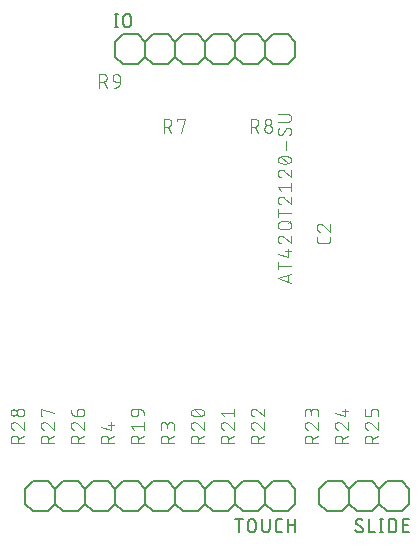
<source format=gbr>
G04 EAGLE Gerber RS-274X export*
G75*
%MOMM*%
%FSLAX34Y34*%
%LPD*%
%INSilkscreen Top*%
%IPPOS*%
%AMOC8*
5,1,8,0,0,1.08239X$1,22.5*%
G01*
%ADD10C,0.101600*%
%ADD11C,0.152400*%
%ADD12C,0.127000*%


D10*
X276352Y250256D02*
X276352Y247659D01*
X276350Y247560D01*
X276344Y247460D01*
X276335Y247361D01*
X276322Y247263D01*
X276305Y247165D01*
X276284Y247067D01*
X276259Y246971D01*
X276231Y246876D01*
X276199Y246782D01*
X276164Y246689D01*
X276125Y246597D01*
X276082Y246507D01*
X276037Y246419D01*
X275987Y246332D01*
X275935Y246248D01*
X275879Y246165D01*
X275821Y246085D01*
X275759Y246007D01*
X275694Y245932D01*
X275626Y245859D01*
X275556Y245789D01*
X275483Y245721D01*
X275408Y245656D01*
X275330Y245594D01*
X275250Y245536D01*
X275167Y245480D01*
X275083Y245428D01*
X274996Y245378D01*
X274908Y245333D01*
X274818Y245290D01*
X274726Y245251D01*
X274633Y245216D01*
X274539Y245184D01*
X274444Y245156D01*
X274348Y245131D01*
X274250Y245110D01*
X274152Y245093D01*
X274054Y245080D01*
X273955Y245071D01*
X273855Y245065D01*
X273756Y245063D01*
X267264Y245063D01*
X267264Y245062D02*
X267165Y245064D01*
X267065Y245070D01*
X266966Y245079D01*
X266868Y245092D01*
X266770Y245110D01*
X266672Y245130D01*
X266576Y245155D01*
X266480Y245183D01*
X266386Y245215D01*
X266293Y245250D01*
X266202Y245289D01*
X266112Y245332D01*
X266023Y245377D01*
X265937Y245427D01*
X265852Y245479D01*
X265770Y245535D01*
X265690Y245594D01*
X265612Y245655D01*
X265536Y245720D01*
X265463Y245788D01*
X265393Y245858D01*
X265325Y245931D01*
X265260Y246007D01*
X265199Y246085D01*
X265140Y246165D01*
X265084Y246247D01*
X265032Y246332D01*
X264983Y246418D01*
X264937Y246507D01*
X264894Y246597D01*
X264855Y246688D01*
X264820Y246781D01*
X264788Y246875D01*
X264760Y246971D01*
X264735Y247067D01*
X264715Y247165D01*
X264697Y247263D01*
X264684Y247361D01*
X264675Y247460D01*
X264669Y247559D01*
X264667Y247659D01*
X264668Y247659D02*
X264668Y250256D01*
X264668Y258191D02*
X264670Y258298D01*
X264676Y258404D01*
X264686Y258510D01*
X264699Y258616D01*
X264717Y258722D01*
X264738Y258826D01*
X264763Y258930D01*
X264792Y259033D01*
X264824Y259134D01*
X264861Y259234D01*
X264901Y259333D01*
X264944Y259431D01*
X264991Y259527D01*
X265042Y259621D01*
X265096Y259713D01*
X265153Y259803D01*
X265213Y259891D01*
X265277Y259976D01*
X265344Y260059D01*
X265414Y260140D01*
X265486Y260218D01*
X265562Y260294D01*
X265640Y260366D01*
X265721Y260436D01*
X265804Y260503D01*
X265889Y260567D01*
X265977Y260627D01*
X266067Y260684D01*
X266159Y260738D01*
X266253Y260789D01*
X266349Y260836D01*
X266447Y260879D01*
X266546Y260919D01*
X266646Y260956D01*
X266747Y260988D01*
X266850Y261017D01*
X266954Y261042D01*
X267058Y261063D01*
X267164Y261081D01*
X267270Y261094D01*
X267376Y261104D01*
X267482Y261110D01*
X267589Y261112D01*
X264668Y258191D02*
X264670Y258070D01*
X264676Y257949D01*
X264686Y257829D01*
X264699Y257708D01*
X264717Y257589D01*
X264738Y257469D01*
X264763Y257351D01*
X264792Y257234D01*
X264825Y257117D01*
X264861Y257002D01*
X264902Y256888D01*
X264945Y256775D01*
X264993Y256663D01*
X265044Y256554D01*
X265099Y256446D01*
X265157Y256339D01*
X265218Y256235D01*
X265283Y256133D01*
X265351Y256033D01*
X265422Y255935D01*
X265496Y255839D01*
X265573Y255746D01*
X265654Y255656D01*
X265737Y255568D01*
X265823Y255483D01*
X265912Y255400D01*
X266003Y255321D01*
X266097Y255244D01*
X266193Y255171D01*
X266291Y255101D01*
X266392Y255034D01*
X266495Y254970D01*
X266600Y254910D01*
X266707Y254852D01*
X266815Y254799D01*
X266925Y254749D01*
X267037Y254703D01*
X267150Y254660D01*
X267265Y254621D01*
X269861Y260138D02*
X269783Y260217D01*
X269703Y260293D01*
X269620Y260366D01*
X269534Y260436D01*
X269447Y260503D01*
X269356Y260567D01*
X269264Y260627D01*
X269170Y260685D01*
X269073Y260739D01*
X268975Y260789D01*
X268875Y260836D01*
X268774Y260880D01*
X268671Y260920D01*
X268566Y260956D01*
X268461Y260988D01*
X268354Y261017D01*
X268247Y261042D01*
X268138Y261064D01*
X268029Y261081D01*
X267920Y261095D01*
X267810Y261104D01*
X267699Y261110D01*
X267589Y261112D01*
X269861Y260138D02*
X276352Y254621D01*
X276352Y261112D01*
D11*
X189230Y421640D02*
X176530Y421640D01*
X189230Y421640D02*
X195580Y415290D01*
X195580Y402590D01*
X189230Y396240D01*
X195580Y415290D02*
X201930Y421640D01*
X214630Y421640D01*
X220980Y415290D01*
X220980Y402590D01*
X214630Y396240D01*
X201930Y396240D01*
X195580Y402590D01*
X151130Y421640D02*
X144780Y415290D01*
X151130Y421640D02*
X163830Y421640D01*
X170180Y415290D01*
X170180Y402590D01*
X163830Y396240D01*
X151130Y396240D01*
X144780Y402590D01*
X170180Y415290D02*
X176530Y421640D01*
X170180Y402590D02*
X176530Y396240D01*
X189230Y396240D01*
X113030Y421640D02*
X100330Y421640D01*
X113030Y421640D02*
X119380Y415290D01*
X119380Y402590D01*
X113030Y396240D01*
X119380Y415290D02*
X125730Y421640D01*
X138430Y421640D01*
X144780Y415290D01*
X144780Y402590D01*
X138430Y396240D01*
X125730Y396240D01*
X119380Y402590D01*
X93980Y402590D02*
X93980Y415290D01*
X100330Y421640D01*
X93980Y402590D02*
X100330Y396240D01*
X113030Y396240D01*
X227330Y421640D02*
X240030Y421640D01*
X246380Y415290D01*
X246380Y402590D01*
X240030Y396240D01*
X220980Y415290D02*
X227330Y421640D01*
X220980Y402590D02*
X227330Y396240D01*
X240030Y396240D01*
D12*
X95123Y427863D02*
X95123Y439293D01*
X93853Y427863D02*
X96393Y427863D01*
X96393Y439293D02*
X93853Y439293D01*
X101092Y436118D02*
X101092Y431038D01*
X101092Y436118D02*
X101094Y436229D01*
X101100Y436339D01*
X101109Y436450D01*
X101123Y436560D01*
X101140Y436669D01*
X101161Y436778D01*
X101186Y436886D01*
X101215Y436993D01*
X101247Y437099D01*
X101283Y437204D01*
X101323Y437307D01*
X101366Y437409D01*
X101413Y437510D01*
X101464Y437609D01*
X101517Y437706D01*
X101574Y437800D01*
X101635Y437893D01*
X101698Y437984D01*
X101765Y438073D01*
X101835Y438159D01*
X101908Y438242D01*
X101983Y438324D01*
X102061Y438402D01*
X102143Y438477D01*
X102226Y438550D01*
X102312Y438620D01*
X102401Y438687D01*
X102492Y438750D01*
X102585Y438811D01*
X102680Y438868D01*
X102776Y438921D01*
X102875Y438972D01*
X102976Y439019D01*
X103078Y439062D01*
X103181Y439102D01*
X103286Y439138D01*
X103392Y439170D01*
X103499Y439199D01*
X103607Y439224D01*
X103716Y439245D01*
X103825Y439262D01*
X103935Y439276D01*
X104046Y439285D01*
X104156Y439291D01*
X104267Y439293D01*
X104378Y439291D01*
X104488Y439285D01*
X104599Y439276D01*
X104709Y439262D01*
X104818Y439245D01*
X104927Y439224D01*
X105035Y439199D01*
X105142Y439170D01*
X105248Y439138D01*
X105353Y439102D01*
X105456Y439062D01*
X105558Y439019D01*
X105659Y438972D01*
X105758Y438921D01*
X105855Y438868D01*
X105949Y438811D01*
X106042Y438750D01*
X106133Y438687D01*
X106222Y438620D01*
X106308Y438550D01*
X106391Y438477D01*
X106473Y438402D01*
X106551Y438324D01*
X106626Y438242D01*
X106699Y438159D01*
X106769Y438073D01*
X106836Y437984D01*
X106899Y437893D01*
X106960Y437800D01*
X107017Y437706D01*
X107070Y437609D01*
X107121Y437510D01*
X107168Y437409D01*
X107211Y437307D01*
X107251Y437204D01*
X107287Y437099D01*
X107319Y436993D01*
X107348Y436886D01*
X107373Y436778D01*
X107394Y436669D01*
X107411Y436560D01*
X107425Y436450D01*
X107434Y436339D01*
X107440Y436229D01*
X107442Y436118D01*
X107442Y431038D01*
X107440Y430927D01*
X107434Y430817D01*
X107425Y430706D01*
X107411Y430596D01*
X107394Y430487D01*
X107373Y430378D01*
X107348Y430270D01*
X107319Y430163D01*
X107287Y430057D01*
X107251Y429952D01*
X107211Y429849D01*
X107168Y429747D01*
X107121Y429646D01*
X107070Y429547D01*
X107017Y429450D01*
X106960Y429356D01*
X106899Y429263D01*
X106836Y429172D01*
X106769Y429083D01*
X106699Y428997D01*
X106626Y428914D01*
X106551Y428832D01*
X106473Y428754D01*
X106391Y428679D01*
X106308Y428606D01*
X106222Y428536D01*
X106133Y428469D01*
X106042Y428406D01*
X105949Y428345D01*
X105854Y428288D01*
X105758Y428235D01*
X105659Y428184D01*
X105558Y428137D01*
X105456Y428094D01*
X105353Y428054D01*
X105248Y428018D01*
X105142Y427986D01*
X105035Y427957D01*
X104927Y427932D01*
X104818Y427911D01*
X104709Y427894D01*
X104599Y427880D01*
X104488Y427871D01*
X104378Y427865D01*
X104267Y427863D01*
X104156Y427865D01*
X104046Y427871D01*
X103935Y427880D01*
X103825Y427894D01*
X103716Y427911D01*
X103607Y427932D01*
X103499Y427957D01*
X103392Y427986D01*
X103286Y428018D01*
X103181Y428054D01*
X103078Y428094D01*
X102976Y428137D01*
X102875Y428184D01*
X102776Y428235D01*
X102680Y428288D01*
X102585Y428345D01*
X102492Y428406D01*
X102401Y428469D01*
X102312Y428536D01*
X102226Y428606D01*
X102143Y428679D01*
X102061Y428754D01*
X101983Y428832D01*
X101908Y428914D01*
X101835Y428997D01*
X101765Y429083D01*
X101698Y429172D01*
X101635Y429263D01*
X101574Y429356D01*
X101517Y429451D01*
X101464Y429547D01*
X101413Y429646D01*
X101366Y429747D01*
X101323Y429849D01*
X101283Y429952D01*
X101247Y430057D01*
X101215Y430163D01*
X101186Y430270D01*
X101161Y430378D01*
X101140Y430487D01*
X101123Y430596D01*
X101109Y430706D01*
X101100Y430817D01*
X101094Y430927D01*
X101092Y431038D01*
D10*
X107188Y75438D02*
X118872Y75438D01*
X107188Y75438D02*
X107188Y78684D01*
X107190Y78797D01*
X107196Y78910D01*
X107206Y79023D01*
X107220Y79136D01*
X107237Y79248D01*
X107259Y79359D01*
X107284Y79469D01*
X107314Y79579D01*
X107347Y79687D01*
X107384Y79794D01*
X107424Y79900D01*
X107469Y80004D01*
X107517Y80107D01*
X107568Y80208D01*
X107623Y80307D01*
X107681Y80404D01*
X107743Y80499D01*
X107808Y80592D01*
X107876Y80682D01*
X107947Y80770D01*
X108022Y80856D01*
X108099Y80939D01*
X108179Y81019D01*
X108262Y81096D01*
X108348Y81171D01*
X108436Y81242D01*
X108526Y81310D01*
X108619Y81375D01*
X108714Y81437D01*
X108811Y81495D01*
X108910Y81550D01*
X109011Y81601D01*
X109114Y81649D01*
X109218Y81694D01*
X109324Y81734D01*
X109431Y81771D01*
X109539Y81804D01*
X109649Y81834D01*
X109759Y81859D01*
X109870Y81881D01*
X109982Y81898D01*
X110095Y81912D01*
X110208Y81922D01*
X110321Y81928D01*
X110434Y81930D01*
X110547Y81928D01*
X110660Y81922D01*
X110773Y81912D01*
X110886Y81898D01*
X110998Y81881D01*
X111109Y81859D01*
X111219Y81834D01*
X111329Y81804D01*
X111437Y81771D01*
X111544Y81734D01*
X111650Y81694D01*
X111754Y81649D01*
X111857Y81601D01*
X111958Y81550D01*
X112057Y81495D01*
X112154Y81437D01*
X112249Y81375D01*
X112342Y81310D01*
X112432Y81242D01*
X112520Y81171D01*
X112606Y81096D01*
X112689Y81019D01*
X112769Y80939D01*
X112846Y80856D01*
X112921Y80770D01*
X112992Y80682D01*
X113060Y80592D01*
X113125Y80499D01*
X113187Y80404D01*
X113245Y80307D01*
X113300Y80208D01*
X113351Y80107D01*
X113399Y80004D01*
X113444Y79900D01*
X113484Y79794D01*
X113521Y79687D01*
X113554Y79579D01*
X113584Y79469D01*
X113609Y79359D01*
X113631Y79248D01*
X113648Y79136D01*
X113662Y79023D01*
X113672Y78910D01*
X113678Y78797D01*
X113680Y78684D01*
X113679Y78684D02*
X113679Y75438D01*
X113679Y79333D02*
X118872Y81929D01*
X109784Y86794D02*
X107188Y90040D01*
X118872Y90040D01*
X118872Y93285D02*
X118872Y86794D01*
X113679Y100821D02*
X113679Y104715D01*
X113679Y100821D02*
X113677Y100722D01*
X113671Y100622D01*
X113662Y100523D01*
X113649Y100425D01*
X113632Y100327D01*
X113611Y100229D01*
X113586Y100133D01*
X113558Y100038D01*
X113526Y99944D01*
X113491Y99851D01*
X113452Y99759D01*
X113409Y99669D01*
X113364Y99581D01*
X113314Y99494D01*
X113262Y99410D01*
X113206Y99327D01*
X113148Y99247D01*
X113086Y99169D01*
X113021Y99094D01*
X112953Y99021D01*
X112883Y98951D01*
X112810Y98883D01*
X112735Y98818D01*
X112657Y98756D01*
X112577Y98698D01*
X112494Y98642D01*
X112410Y98590D01*
X112323Y98540D01*
X112235Y98495D01*
X112145Y98452D01*
X112053Y98413D01*
X111960Y98378D01*
X111866Y98346D01*
X111771Y98318D01*
X111675Y98293D01*
X111577Y98272D01*
X111479Y98255D01*
X111381Y98242D01*
X111282Y98233D01*
X111182Y98227D01*
X111083Y98225D01*
X111083Y98224D02*
X110434Y98224D01*
X110321Y98226D01*
X110208Y98232D01*
X110095Y98242D01*
X109982Y98256D01*
X109870Y98273D01*
X109759Y98295D01*
X109649Y98320D01*
X109539Y98350D01*
X109431Y98383D01*
X109324Y98420D01*
X109218Y98460D01*
X109114Y98505D01*
X109011Y98553D01*
X108910Y98604D01*
X108811Y98659D01*
X108714Y98717D01*
X108619Y98779D01*
X108526Y98844D01*
X108436Y98912D01*
X108348Y98983D01*
X108262Y99058D01*
X108179Y99135D01*
X108099Y99215D01*
X108022Y99298D01*
X107947Y99384D01*
X107876Y99472D01*
X107808Y99562D01*
X107743Y99655D01*
X107681Y99750D01*
X107623Y99847D01*
X107568Y99946D01*
X107517Y100047D01*
X107469Y100150D01*
X107424Y100254D01*
X107384Y100360D01*
X107347Y100467D01*
X107314Y100575D01*
X107284Y100685D01*
X107259Y100795D01*
X107237Y100906D01*
X107220Y101018D01*
X107206Y101131D01*
X107196Y101244D01*
X107190Y101357D01*
X107188Y101470D01*
X107190Y101583D01*
X107196Y101696D01*
X107206Y101809D01*
X107220Y101922D01*
X107237Y102034D01*
X107259Y102145D01*
X107284Y102255D01*
X107314Y102365D01*
X107347Y102473D01*
X107384Y102580D01*
X107424Y102686D01*
X107469Y102790D01*
X107517Y102893D01*
X107568Y102994D01*
X107623Y103093D01*
X107681Y103190D01*
X107743Y103285D01*
X107808Y103378D01*
X107876Y103468D01*
X107947Y103556D01*
X108022Y103642D01*
X108099Y103725D01*
X108179Y103805D01*
X108262Y103882D01*
X108348Y103957D01*
X108436Y104028D01*
X108526Y104096D01*
X108619Y104161D01*
X108714Y104223D01*
X108811Y104281D01*
X108910Y104336D01*
X109011Y104387D01*
X109114Y104435D01*
X109218Y104480D01*
X109324Y104520D01*
X109431Y104557D01*
X109539Y104590D01*
X109649Y104620D01*
X109759Y104645D01*
X109870Y104667D01*
X109982Y104684D01*
X110095Y104698D01*
X110208Y104708D01*
X110321Y104714D01*
X110434Y104716D01*
X110434Y104715D02*
X113679Y104715D01*
X113679Y104716D02*
X113822Y104714D01*
X113965Y104708D01*
X114108Y104698D01*
X114250Y104684D01*
X114392Y104667D01*
X114534Y104645D01*
X114675Y104620D01*
X114815Y104590D01*
X114954Y104557D01*
X115092Y104520D01*
X115229Y104479D01*
X115365Y104435D01*
X115500Y104386D01*
X115633Y104334D01*
X115765Y104279D01*
X115895Y104219D01*
X116024Y104156D01*
X116151Y104090D01*
X116276Y104020D01*
X116398Y103947D01*
X116519Y103870D01*
X116638Y103790D01*
X116754Y103707D01*
X116869Y103621D01*
X116980Y103532D01*
X117090Y103439D01*
X117196Y103344D01*
X117300Y103245D01*
X117401Y103144D01*
X117500Y103040D01*
X117595Y102934D01*
X117688Y102824D01*
X117777Y102713D01*
X117863Y102598D01*
X117946Y102482D01*
X118026Y102363D01*
X118103Y102242D01*
X118176Y102120D01*
X118246Y101995D01*
X118312Y101868D01*
X118375Y101739D01*
X118435Y101609D01*
X118490Y101477D01*
X118542Y101344D01*
X118591Y101209D01*
X118635Y101073D01*
X118676Y100936D01*
X118713Y100798D01*
X118746Y100659D01*
X118776Y100519D01*
X118801Y100378D01*
X118823Y100236D01*
X118840Y100094D01*
X118854Y99952D01*
X118864Y99809D01*
X118870Y99666D01*
X118872Y99523D01*
X157988Y75438D02*
X169672Y75438D01*
X157988Y75438D02*
X157988Y78684D01*
X157990Y78797D01*
X157996Y78910D01*
X158006Y79023D01*
X158020Y79136D01*
X158037Y79248D01*
X158059Y79359D01*
X158084Y79469D01*
X158114Y79579D01*
X158147Y79687D01*
X158184Y79794D01*
X158224Y79900D01*
X158269Y80004D01*
X158317Y80107D01*
X158368Y80208D01*
X158423Y80307D01*
X158481Y80404D01*
X158543Y80499D01*
X158608Y80592D01*
X158676Y80682D01*
X158747Y80770D01*
X158822Y80856D01*
X158899Y80939D01*
X158979Y81019D01*
X159062Y81096D01*
X159148Y81171D01*
X159236Y81242D01*
X159326Y81310D01*
X159419Y81375D01*
X159514Y81437D01*
X159611Y81495D01*
X159710Y81550D01*
X159811Y81601D01*
X159914Y81649D01*
X160018Y81694D01*
X160124Y81734D01*
X160231Y81771D01*
X160339Y81804D01*
X160449Y81834D01*
X160559Y81859D01*
X160670Y81881D01*
X160782Y81898D01*
X160895Y81912D01*
X161008Y81922D01*
X161121Y81928D01*
X161234Y81930D01*
X161347Y81928D01*
X161460Y81922D01*
X161573Y81912D01*
X161686Y81898D01*
X161798Y81881D01*
X161909Y81859D01*
X162019Y81834D01*
X162129Y81804D01*
X162237Y81771D01*
X162344Y81734D01*
X162450Y81694D01*
X162554Y81649D01*
X162657Y81601D01*
X162758Y81550D01*
X162857Y81495D01*
X162954Y81437D01*
X163049Y81375D01*
X163142Y81310D01*
X163232Y81242D01*
X163320Y81171D01*
X163406Y81096D01*
X163489Y81019D01*
X163569Y80939D01*
X163646Y80856D01*
X163721Y80770D01*
X163792Y80682D01*
X163860Y80592D01*
X163925Y80499D01*
X163987Y80404D01*
X164045Y80307D01*
X164100Y80208D01*
X164151Y80107D01*
X164199Y80004D01*
X164244Y79900D01*
X164284Y79794D01*
X164321Y79687D01*
X164354Y79579D01*
X164384Y79469D01*
X164409Y79359D01*
X164431Y79248D01*
X164448Y79136D01*
X164462Y79023D01*
X164472Y78910D01*
X164478Y78797D01*
X164480Y78684D01*
X164479Y78684D02*
X164479Y75438D01*
X164479Y79333D02*
X169672Y81929D01*
X160909Y93285D02*
X160802Y93283D01*
X160696Y93277D01*
X160590Y93267D01*
X160484Y93254D01*
X160378Y93236D01*
X160274Y93215D01*
X160170Y93190D01*
X160067Y93161D01*
X159966Y93129D01*
X159866Y93092D01*
X159767Y93052D01*
X159669Y93009D01*
X159573Y92962D01*
X159479Y92911D01*
X159387Y92857D01*
X159297Y92800D01*
X159209Y92740D01*
X159124Y92676D01*
X159041Y92609D01*
X158960Y92539D01*
X158882Y92467D01*
X158806Y92391D01*
X158734Y92313D01*
X158664Y92232D01*
X158597Y92149D01*
X158533Y92064D01*
X158473Y91976D01*
X158416Y91886D01*
X158362Y91794D01*
X158311Y91700D01*
X158264Y91604D01*
X158221Y91506D01*
X158181Y91407D01*
X158144Y91307D01*
X158112Y91206D01*
X158083Y91103D01*
X158058Y90999D01*
X158037Y90895D01*
X158019Y90789D01*
X158006Y90683D01*
X157996Y90577D01*
X157990Y90471D01*
X157988Y90364D01*
X157990Y90243D01*
X157996Y90122D01*
X158006Y90002D01*
X158019Y89881D01*
X158037Y89762D01*
X158058Y89642D01*
X158083Y89524D01*
X158112Y89407D01*
X158145Y89290D01*
X158181Y89175D01*
X158222Y89061D01*
X158265Y88948D01*
X158313Y88836D01*
X158364Y88727D01*
X158419Y88619D01*
X158477Y88512D01*
X158538Y88408D01*
X158603Y88306D01*
X158671Y88206D01*
X158742Y88108D01*
X158816Y88012D01*
X158893Y87919D01*
X158974Y87829D01*
X159057Y87741D01*
X159143Y87656D01*
X159232Y87573D01*
X159323Y87494D01*
X159417Y87417D01*
X159513Y87344D01*
X159611Y87274D01*
X159712Y87207D01*
X159815Y87143D01*
X159920Y87083D01*
X160027Y87025D01*
X160135Y86972D01*
X160245Y86922D01*
X160357Y86876D01*
X160470Y86833D01*
X160585Y86794D01*
X163181Y92311D02*
X163103Y92390D01*
X163023Y92466D01*
X162940Y92539D01*
X162854Y92609D01*
X162767Y92676D01*
X162676Y92740D01*
X162584Y92800D01*
X162490Y92858D01*
X162393Y92912D01*
X162295Y92962D01*
X162195Y93009D01*
X162094Y93053D01*
X161991Y93093D01*
X161886Y93129D01*
X161781Y93161D01*
X161674Y93190D01*
X161567Y93215D01*
X161458Y93237D01*
X161349Y93254D01*
X161240Y93268D01*
X161130Y93277D01*
X161019Y93283D01*
X160909Y93285D01*
X163181Y92312D02*
X169672Y86794D01*
X169672Y93285D01*
X163830Y98224D02*
X163600Y98227D01*
X163370Y98235D01*
X163141Y98249D01*
X162912Y98268D01*
X162683Y98293D01*
X162455Y98323D01*
X162228Y98358D01*
X162002Y98399D01*
X161777Y98445D01*
X161553Y98497D01*
X161330Y98554D01*
X161109Y98616D01*
X160889Y98684D01*
X160671Y98757D01*
X160455Y98835D01*
X160241Y98918D01*
X160029Y99006D01*
X159818Y99099D01*
X159611Y99198D01*
X159521Y99231D01*
X159432Y99267D01*
X159344Y99307D01*
X159259Y99351D01*
X159175Y99398D01*
X159093Y99448D01*
X159013Y99502D01*
X158936Y99558D01*
X158860Y99618D01*
X158787Y99681D01*
X158717Y99746D01*
X158649Y99815D01*
X158585Y99886D01*
X158523Y99959D01*
X158464Y100035D01*
X158408Y100113D01*
X158355Y100194D01*
X158306Y100276D01*
X158260Y100360D01*
X158217Y100447D01*
X158178Y100534D01*
X158142Y100624D01*
X158110Y100714D01*
X158082Y100806D01*
X158057Y100899D01*
X158036Y100993D01*
X158019Y101087D01*
X158005Y101182D01*
X157996Y101278D01*
X157990Y101374D01*
X157988Y101470D01*
X157990Y101566D01*
X157996Y101662D01*
X158005Y101758D01*
X158019Y101853D01*
X158036Y101947D01*
X158057Y102041D01*
X158082Y102134D01*
X158110Y102226D01*
X158142Y102316D01*
X158178Y102406D01*
X158217Y102494D01*
X158260Y102580D01*
X158306Y102664D01*
X158355Y102746D01*
X158408Y102827D01*
X158464Y102905D01*
X158523Y102981D01*
X158585Y103054D01*
X158649Y103125D01*
X158717Y103194D01*
X158787Y103259D01*
X158860Y103322D01*
X158936Y103382D01*
X159013Y103438D01*
X159093Y103492D01*
X159175Y103542D01*
X159259Y103589D01*
X159344Y103633D01*
X159432Y103673D01*
X159521Y103709D01*
X159611Y103742D01*
X159818Y103841D01*
X160029Y103934D01*
X160241Y104022D01*
X160455Y104105D01*
X160671Y104183D01*
X160889Y104256D01*
X161109Y104324D01*
X161330Y104386D01*
X161553Y104443D01*
X161777Y104495D01*
X162002Y104541D01*
X162228Y104582D01*
X162455Y104617D01*
X162683Y104647D01*
X162912Y104672D01*
X163141Y104691D01*
X163370Y104705D01*
X163600Y104713D01*
X163830Y104716D01*
X163830Y98224D02*
X164060Y98227D01*
X164290Y98235D01*
X164519Y98249D01*
X164748Y98268D01*
X164977Y98293D01*
X165205Y98323D01*
X165432Y98358D01*
X165658Y98399D01*
X165883Y98445D01*
X166107Y98497D01*
X166330Y98554D01*
X166551Y98616D01*
X166771Y98684D01*
X166989Y98757D01*
X167205Y98835D01*
X167419Y98918D01*
X167631Y99006D01*
X167842Y99099D01*
X168049Y99198D01*
X168139Y99231D01*
X168228Y99267D01*
X168316Y99308D01*
X168401Y99351D01*
X168485Y99398D01*
X168567Y99448D01*
X168647Y99502D01*
X168724Y99558D01*
X168800Y99618D01*
X168873Y99681D01*
X168943Y99746D01*
X169011Y99815D01*
X169075Y99886D01*
X169137Y99959D01*
X169196Y100035D01*
X169252Y100113D01*
X169305Y100194D01*
X169354Y100276D01*
X169400Y100360D01*
X169443Y100447D01*
X169482Y100534D01*
X169518Y100624D01*
X169550Y100714D01*
X169578Y100806D01*
X169603Y100899D01*
X169624Y100993D01*
X169641Y101087D01*
X169655Y101182D01*
X169664Y101278D01*
X169670Y101374D01*
X169672Y101470D01*
X168049Y103742D02*
X167842Y103841D01*
X167631Y103934D01*
X167419Y104022D01*
X167205Y104105D01*
X166989Y104183D01*
X166771Y104256D01*
X166551Y104324D01*
X166330Y104386D01*
X166107Y104443D01*
X165883Y104495D01*
X165658Y104541D01*
X165432Y104582D01*
X165205Y104617D01*
X164977Y104647D01*
X164748Y104672D01*
X164519Y104691D01*
X164290Y104705D01*
X164060Y104713D01*
X163830Y104716D01*
X168049Y103742D02*
X168139Y103709D01*
X168228Y103673D01*
X168316Y103633D01*
X168401Y103589D01*
X168485Y103542D01*
X168567Y103492D01*
X168647Y103438D01*
X168724Y103382D01*
X168800Y103322D01*
X168873Y103259D01*
X168943Y103194D01*
X169011Y103125D01*
X169075Y103054D01*
X169137Y102981D01*
X169196Y102905D01*
X169252Y102827D01*
X169305Y102746D01*
X169354Y102664D01*
X169400Y102580D01*
X169443Y102493D01*
X169482Y102406D01*
X169518Y102316D01*
X169550Y102226D01*
X169578Y102134D01*
X169603Y102041D01*
X169624Y101947D01*
X169641Y101853D01*
X169655Y101758D01*
X169664Y101662D01*
X169670Y101566D01*
X169672Y101470D01*
X167076Y98873D02*
X160584Y104066D01*
X183388Y75438D02*
X195072Y75438D01*
X183388Y75438D02*
X183388Y78684D01*
X183390Y78797D01*
X183396Y78910D01*
X183406Y79023D01*
X183420Y79136D01*
X183437Y79248D01*
X183459Y79359D01*
X183484Y79469D01*
X183514Y79579D01*
X183547Y79687D01*
X183584Y79794D01*
X183624Y79900D01*
X183669Y80004D01*
X183717Y80107D01*
X183768Y80208D01*
X183823Y80307D01*
X183881Y80404D01*
X183943Y80499D01*
X184008Y80592D01*
X184076Y80682D01*
X184147Y80770D01*
X184222Y80856D01*
X184299Y80939D01*
X184379Y81019D01*
X184462Y81096D01*
X184548Y81171D01*
X184636Y81242D01*
X184726Y81310D01*
X184819Y81375D01*
X184914Y81437D01*
X185011Y81495D01*
X185110Y81550D01*
X185211Y81601D01*
X185314Y81649D01*
X185418Y81694D01*
X185524Y81734D01*
X185631Y81771D01*
X185739Y81804D01*
X185849Y81834D01*
X185959Y81859D01*
X186070Y81881D01*
X186182Y81898D01*
X186295Y81912D01*
X186408Y81922D01*
X186521Y81928D01*
X186634Y81930D01*
X186747Y81928D01*
X186860Y81922D01*
X186973Y81912D01*
X187086Y81898D01*
X187198Y81881D01*
X187309Y81859D01*
X187419Y81834D01*
X187529Y81804D01*
X187637Y81771D01*
X187744Y81734D01*
X187850Y81694D01*
X187954Y81649D01*
X188057Y81601D01*
X188158Y81550D01*
X188257Y81495D01*
X188354Y81437D01*
X188449Y81375D01*
X188542Y81310D01*
X188632Y81242D01*
X188720Y81171D01*
X188806Y81096D01*
X188889Y81019D01*
X188969Y80939D01*
X189046Y80856D01*
X189121Y80770D01*
X189192Y80682D01*
X189260Y80592D01*
X189325Y80499D01*
X189387Y80404D01*
X189445Y80307D01*
X189500Y80208D01*
X189551Y80107D01*
X189599Y80004D01*
X189644Y79900D01*
X189684Y79794D01*
X189721Y79687D01*
X189754Y79579D01*
X189784Y79469D01*
X189809Y79359D01*
X189831Y79248D01*
X189848Y79136D01*
X189862Y79023D01*
X189872Y78910D01*
X189878Y78797D01*
X189880Y78684D01*
X189879Y78684D02*
X189879Y75438D01*
X189879Y79333D02*
X195072Y81929D01*
X186309Y93285D02*
X186202Y93283D01*
X186096Y93277D01*
X185990Y93267D01*
X185884Y93254D01*
X185778Y93236D01*
X185674Y93215D01*
X185570Y93190D01*
X185467Y93161D01*
X185366Y93129D01*
X185266Y93092D01*
X185167Y93052D01*
X185069Y93009D01*
X184973Y92962D01*
X184879Y92911D01*
X184787Y92857D01*
X184697Y92800D01*
X184609Y92740D01*
X184524Y92676D01*
X184441Y92609D01*
X184360Y92539D01*
X184282Y92467D01*
X184206Y92391D01*
X184134Y92313D01*
X184064Y92232D01*
X183997Y92149D01*
X183933Y92064D01*
X183873Y91976D01*
X183816Y91886D01*
X183762Y91794D01*
X183711Y91700D01*
X183664Y91604D01*
X183621Y91506D01*
X183581Y91407D01*
X183544Y91307D01*
X183512Y91206D01*
X183483Y91103D01*
X183458Y90999D01*
X183437Y90895D01*
X183419Y90789D01*
X183406Y90683D01*
X183396Y90577D01*
X183390Y90471D01*
X183388Y90364D01*
X183390Y90243D01*
X183396Y90122D01*
X183406Y90002D01*
X183419Y89881D01*
X183437Y89762D01*
X183458Y89642D01*
X183483Y89524D01*
X183512Y89407D01*
X183545Y89290D01*
X183581Y89175D01*
X183622Y89061D01*
X183665Y88948D01*
X183713Y88836D01*
X183764Y88727D01*
X183819Y88619D01*
X183877Y88512D01*
X183938Y88408D01*
X184003Y88306D01*
X184071Y88206D01*
X184142Y88108D01*
X184216Y88012D01*
X184293Y87919D01*
X184374Y87829D01*
X184457Y87741D01*
X184543Y87656D01*
X184632Y87573D01*
X184723Y87494D01*
X184817Y87417D01*
X184913Y87344D01*
X185011Y87274D01*
X185112Y87207D01*
X185215Y87143D01*
X185320Y87083D01*
X185427Y87025D01*
X185535Y86972D01*
X185645Y86922D01*
X185757Y86876D01*
X185870Y86833D01*
X185985Y86794D01*
X188581Y92311D02*
X188503Y92390D01*
X188423Y92466D01*
X188340Y92539D01*
X188254Y92609D01*
X188167Y92676D01*
X188076Y92740D01*
X187984Y92800D01*
X187890Y92858D01*
X187793Y92912D01*
X187695Y92962D01*
X187595Y93009D01*
X187494Y93053D01*
X187391Y93093D01*
X187286Y93129D01*
X187181Y93161D01*
X187074Y93190D01*
X186967Y93215D01*
X186858Y93237D01*
X186749Y93254D01*
X186640Y93268D01*
X186530Y93277D01*
X186419Y93283D01*
X186309Y93285D01*
X188581Y92312D02*
X195072Y86794D01*
X195072Y93285D01*
X185984Y98224D02*
X183388Y101470D01*
X195072Y101470D01*
X195072Y104715D02*
X195072Y98224D01*
X208788Y75438D02*
X220472Y75438D01*
X208788Y75438D02*
X208788Y78684D01*
X208790Y78797D01*
X208796Y78910D01*
X208806Y79023D01*
X208820Y79136D01*
X208837Y79248D01*
X208859Y79359D01*
X208884Y79469D01*
X208914Y79579D01*
X208947Y79687D01*
X208984Y79794D01*
X209024Y79900D01*
X209069Y80004D01*
X209117Y80107D01*
X209168Y80208D01*
X209223Y80307D01*
X209281Y80404D01*
X209343Y80499D01*
X209408Y80592D01*
X209476Y80682D01*
X209547Y80770D01*
X209622Y80856D01*
X209699Y80939D01*
X209779Y81019D01*
X209862Y81096D01*
X209948Y81171D01*
X210036Y81242D01*
X210126Y81310D01*
X210219Y81375D01*
X210314Y81437D01*
X210411Y81495D01*
X210510Y81550D01*
X210611Y81601D01*
X210714Y81649D01*
X210818Y81694D01*
X210924Y81734D01*
X211031Y81771D01*
X211139Y81804D01*
X211249Y81834D01*
X211359Y81859D01*
X211470Y81881D01*
X211582Y81898D01*
X211695Y81912D01*
X211808Y81922D01*
X211921Y81928D01*
X212034Y81930D01*
X212147Y81928D01*
X212260Y81922D01*
X212373Y81912D01*
X212486Y81898D01*
X212598Y81881D01*
X212709Y81859D01*
X212819Y81834D01*
X212929Y81804D01*
X213037Y81771D01*
X213144Y81734D01*
X213250Y81694D01*
X213354Y81649D01*
X213457Y81601D01*
X213558Y81550D01*
X213657Y81495D01*
X213754Y81437D01*
X213849Y81375D01*
X213942Y81310D01*
X214032Y81242D01*
X214120Y81171D01*
X214206Y81096D01*
X214289Y81019D01*
X214369Y80939D01*
X214446Y80856D01*
X214521Y80770D01*
X214592Y80682D01*
X214660Y80592D01*
X214725Y80499D01*
X214787Y80404D01*
X214845Y80307D01*
X214900Y80208D01*
X214951Y80107D01*
X214999Y80004D01*
X215044Y79900D01*
X215084Y79794D01*
X215121Y79687D01*
X215154Y79579D01*
X215184Y79469D01*
X215209Y79359D01*
X215231Y79248D01*
X215248Y79136D01*
X215262Y79023D01*
X215272Y78910D01*
X215278Y78797D01*
X215280Y78684D01*
X215279Y78684D02*
X215279Y75438D01*
X215279Y79333D02*
X220472Y81929D01*
X211709Y93285D02*
X211602Y93283D01*
X211496Y93277D01*
X211390Y93267D01*
X211284Y93254D01*
X211178Y93236D01*
X211074Y93215D01*
X210970Y93190D01*
X210867Y93161D01*
X210766Y93129D01*
X210666Y93092D01*
X210567Y93052D01*
X210469Y93009D01*
X210373Y92962D01*
X210279Y92911D01*
X210187Y92857D01*
X210097Y92800D01*
X210009Y92740D01*
X209924Y92676D01*
X209841Y92609D01*
X209760Y92539D01*
X209682Y92467D01*
X209606Y92391D01*
X209534Y92313D01*
X209464Y92232D01*
X209397Y92149D01*
X209333Y92064D01*
X209273Y91976D01*
X209216Y91886D01*
X209162Y91794D01*
X209111Y91700D01*
X209064Y91604D01*
X209021Y91506D01*
X208981Y91407D01*
X208944Y91307D01*
X208912Y91206D01*
X208883Y91103D01*
X208858Y90999D01*
X208837Y90895D01*
X208819Y90789D01*
X208806Y90683D01*
X208796Y90577D01*
X208790Y90471D01*
X208788Y90364D01*
X208790Y90243D01*
X208796Y90122D01*
X208806Y90002D01*
X208819Y89881D01*
X208837Y89762D01*
X208858Y89642D01*
X208883Y89524D01*
X208912Y89407D01*
X208945Y89290D01*
X208981Y89175D01*
X209022Y89061D01*
X209065Y88948D01*
X209113Y88836D01*
X209164Y88727D01*
X209219Y88619D01*
X209277Y88512D01*
X209338Y88408D01*
X209403Y88306D01*
X209471Y88206D01*
X209542Y88108D01*
X209616Y88012D01*
X209693Y87919D01*
X209774Y87829D01*
X209857Y87741D01*
X209943Y87656D01*
X210032Y87573D01*
X210123Y87494D01*
X210217Y87417D01*
X210313Y87344D01*
X210411Y87274D01*
X210512Y87207D01*
X210615Y87143D01*
X210720Y87083D01*
X210827Y87025D01*
X210935Y86972D01*
X211045Y86922D01*
X211157Y86876D01*
X211270Y86833D01*
X211385Y86794D01*
X213981Y92311D02*
X213903Y92390D01*
X213823Y92466D01*
X213740Y92539D01*
X213654Y92609D01*
X213567Y92676D01*
X213476Y92740D01*
X213384Y92800D01*
X213290Y92858D01*
X213193Y92912D01*
X213095Y92962D01*
X212995Y93009D01*
X212894Y93053D01*
X212791Y93093D01*
X212686Y93129D01*
X212581Y93161D01*
X212474Y93190D01*
X212367Y93215D01*
X212258Y93237D01*
X212149Y93254D01*
X212040Y93268D01*
X211930Y93277D01*
X211819Y93283D01*
X211709Y93285D01*
X213981Y92312D02*
X220472Y86794D01*
X220472Y93285D01*
X211709Y104715D02*
X211602Y104713D01*
X211496Y104707D01*
X211390Y104697D01*
X211284Y104684D01*
X211178Y104666D01*
X211074Y104645D01*
X210970Y104620D01*
X210867Y104591D01*
X210766Y104559D01*
X210666Y104522D01*
X210567Y104482D01*
X210469Y104439D01*
X210373Y104392D01*
X210279Y104341D01*
X210187Y104287D01*
X210097Y104230D01*
X210009Y104170D01*
X209924Y104106D01*
X209841Y104039D01*
X209760Y103969D01*
X209682Y103897D01*
X209606Y103821D01*
X209534Y103743D01*
X209464Y103662D01*
X209397Y103579D01*
X209333Y103494D01*
X209273Y103406D01*
X209216Y103316D01*
X209162Y103224D01*
X209111Y103130D01*
X209064Y103034D01*
X209021Y102936D01*
X208981Y102837D01*
X208944Y102737D01*
X208912Y102636D01*
X208883Y102533D01*
X208858Y102429D01*
X208837Y102325D01*
X208819Y102219D01*
X208806Y102113D01*
X208796Y102007D01*
X208790Y101901D01*
X208788Y101794D01*
X208790Y101673D01*
X208796Y101552D01*
X208806Y101432D01*
X208819Y101311D01*
X208837Y101192D01*
X208858Y101072D01*
X208883Y100954D01*
X208912Y100837D01*
X208945Y100720D01*
X208981Y100605D01*
X209022Y100491D01*
X209065Y100378D01*
X209113Y100266D01*
X209164Y100157D01*
X209219Y100049D01*
X209277Y99942D01*
X209338Y99838D01*
X209403Y99736D01*
X209471Y99636D01*
X209542Y99538D01*
X209616Y99442D01*
X209693Y99349D01*
X209774Y99259D01*
X209857Y99171D01*
X209943Y99086D01*
X210032Y99003D01*
X210123Y98924D01*
X210217Y98847D01*
X210313Y98774D01*
X210411Y98704D01*
X210512Y98637D01*
X210615Y98573D01*
X210720Y98513D01*
X210827Y98455D01*
X210935Y98402D01*
X211045Y98352D01*
X211157Y98306D01*
X211270Y98263D01*
X211385Y98224D01*
X213981Y103741D02*
X213903Y103820D01*
X213823Y103896D01*
X213740Y103969D01*
X213654Y104039D01*
X213567Y104106D01*
X213476Y104170D01*
X213384Y104230D01*
X213290Y104288D01*
X213193Y104342D01*
X213095Y104392D01*
X212995Y104439D01*
X212894Y104483D01*
X212791Y104523D01*
X212686Y104559D01*
X212581Y104591D01*
X212474Y104620D01*
X212367Y104645D01*
X212258Y104667D01*
X212149Y104684D01*
X212040Y104698D01*
X211930Y104707D01*
X211819Y104713D01*
X211709Y104715D01*
X213981Y103742D02*
X220472Y98224D01*
X220472Y104715D01*
X254508Y75438D02*
X266192Y75438D01*
X254508Y75438D02*
X254508Y78684D01*
X254510Y78797D01*
X254516Y78910D01*
X254526Y79023D01*
X254540Y79136D01*
X254557Y79248D01*
X254579Y79359D01*
X254604Y79469D01*
X254634Y79579D01*
X254667Y79687D01*
X254704Y79794D01*
X254744Y79900D01*
X254789Y80004D01*
X254837Y80107D01*
X254888Y80208D01*
X254943Y80307D01*
X255001Y80404D01*
X255063Y80499D01*
X255128Y80592D01*
X255196Y80682D01*
X255267Y80770D01*
X255342Y80856D01*
X255419Y80939D01*
X255499Y81019D01*
X255582Y81096D01*
X255668Y81171D01*
X255756Y81242D01*
X255846Y81310D01*
X255939Y81375D01*
X256034Y81437D01*
X256131Y81495D01*
X256230Y81550D01*
X256331Y81601D01*
X256434Y81649D01*
X256538Y81694D01*
X256644Y81734D01*
X256751Y81771D01*
X256859Y81804D01*
X256969Y81834D01*
X257079Y81859D01*
X257190Y81881D01*
X257302Y81898D01*
X257415Y81912D01*
X257528Y81922D01*
X257641Y81928D01*
X257754Y81930D01*
X257867Y81928D01*
X257980Y81922D01*
X258093Y81912D01*
X258206Y81898D01*
X258318Y81881D01*
X258429Y81859D01*
X258539Y81834D01*
X258649Y81804D01*
X258757Y81771D01*
X258864Y81734D01*
X258970Y81694D01*
X259074Y81649D01*
X259177Y81601D01*
X259278Y81550D01*
X259377Y81495D01*
X259474Y81437D01*
X259569Y81375D01*
X259662Y81310D01*
X259752Y81242D01*
X259840Y81171D01*
X259926Y81096D01*
X260009Y81019D01*
X260089Y80939D01*
X260166Y80856D01*
X260241Y80770D01*
X260312Y80682D01*
X260380Y80592D01*
X260445Y80499D01*
X260507Y80404D01*
X260565Y80307D01*
X260620Y80208D01*
X260671Y80107D01*
X260719Y80004D01*
X260764Y79900D01*
X260804Y79794D01*
X260841Y79687D01*
X260874Y79579D01*
X260904Y79469D01*
X260929Y79359D01*
X260951Y79248D01*
X260968Y79136D01*
X260982Y79023D01*
X260992Y78910D01*
X260998Y78797D01*
X261000Y78684D01*
X260999Y78684D02*
X260999Y75438D01*
X260999Y79333D02*
X266192Y81929D01*
X257429Y93285D02*
X257322Y93283D01*
X257216Y93277D01*
X257110Y93267D01*
X257004Y93254D01*
X256898Y93236D01*
X256794Y93215D01*
X256690Y93190D01*
X256587Y93161D01*
X256486Y93129D01*
X256386Y93092D01*
X256287Y93052D01*
X256189Y93009D01*
X256093Y92962D01*
X255999Y92911D01*
X255907Y92857D01*
X255817Y92800D01*
X255729Y92740D01*
X255644Y92676D01*
X255561Y92609D01*
X255480Y92539D01*
X255402Y92467D01*
X255326Y92391D01*
X255254Y92313D01*
X255184Y92232D01*
X255117Y92149D01*
X255053Y92064D01*
X254993Y91976D01*
X254936Y91886D01*
X254882Y91794D01*
X254831Y91700D01*
X254784Y91604D01*
X254741Y91506D01*
X254701Y91407D01*
X254664Y91307D01*
X254632Y91206D01*
X254603Y91103D01*
X254578Y90999D01*
X254557Y90895D01*
X254539Y90789D01*
X254526Y90683D01*
X254516Y90577D01*
X254510Y90471D01*
X254508Y90364D01*
X254510Y90243D01*
X254516Y90122D01*
X254526Y90002D01*
X254539Y89881D01*
X254557Y89762D01*
X254578Y89642D01*
X254603Y89524D01*
X254632Y89407D01*
X254665Y89290D01*
X254701Y89175D01*
X254742Y89061D01*
X254785Y88948D01*
X254833Y88836D01*
X254884Y88727D01*
X254939Y88619D01*
X254997Y88512D01*
X255058Y88408D01*
X255123Y88306D01*
X255191Y88206D01*
X255262Y88108D01*
X255336Y88012D01*
X255413Y87919D01*
X255494Y87829D01*
X255577Y87741D01*
X255663Y87656D01*
X255752Y87573D01*
X255843Y87494D01*
X255937Y87417D01*
X256033Y87344D01*
X256131Y87274D01*
X256232Y87207D01*
X256335Y87143D01*
X256440Y87083D01*
X256547Y87025D01*
X256655Y86972D01*
X256765Y86922D01*
X256877Y86876D01*
X256990Y86833D01*
X257105Y86794D01*
X259701Y92311D02*
X259623Y92390D01*
X259543Y92466D01*
X259460Y92539D01*
X259374Y92609D01*
X259287Y92676D01*
X259196Y92740D01*
X259104Y92800D01*
X259010Y92858D01*
X258913Y92912D01*
X258815Y92962D01*
X258715Y93009D01*
X258614Y93053D01*
X258511Y93093D01*
X258406Y93129D01*
X258301Y93161D01*
X258194Y93190D01*
X258087Y93215D01*
X257978Y93237D01*
X257869Y93254D01*
X257760Y93268D01*
X257650Y93277D01*
X257539Y93283D01*
X257429Y93285D01*
X259701Y92312D02*
X266192Y86794D01*
X266192Y93285D01*
X266192Y98224D02*
X266192Y101470D01*
X266190Y101583D01*
X266184Y101696D01*
X266174Y101809D01*
X266160Y101922D01*
X266143Y102034D01*
X266121Y102145D01*
X266096Y102255D01*
X266066Y102365D01*
X266033Y102473D01*
X265996Y102580D01*
X265956Y102686D01*
X265911Y102790D01*
X265863Y102893D01*
X265812Y102994D01*
X265757Y103093D01*
X265699Y103190D01*
X265637Y103285D01*
X265572Y103378D01*
X265504Y103468D01*
X265433Y103556D01*
X265358Y103642D01*
X265281Y103725D01*
X265201Y103805D01*
X265118Y103882D01*
X265032Y103957D01*
X264944Y104028D01*
X264854Y104096D01*
X264761Y104161D01*
X264666Y104223D01*
X264569Y104281D01*
X264470Y104336D01*
X264369Y104387D01*
X264266Y104435D01*
X264162Y104480D01*
X264056Y104520D01*
X263949Y104557D01*
X263841Y104590D01*
X263731Y104620D01*
X263621Y104645D01*
X263510Y104667D01*
X263398Y104684D01*
X263285Y104698D01*
X263172Y104708D01*
X263059Y104714D01*
X262946Y104716D01*
X262833Y104714D01*
X262720Y104708D01*
X262607Y104698D01*
X262494Y104684D01*
X262382Y104667D01*
X262271Y104645D01*
X262161Y104620D01*
X262051Y104590D01*
X261943Y104557D01*
X261836Y104520D01*
X261730Y104480D01*
X261626Y104435D01*
X261523Y104387D01*
X261422Y104336D01*
X261323Y104281D01*
X261226Y104223D01*
X261131Y104161D01*
X261038Y104096D01*
X260948Y104028D01*
X260860Y103957D01*
X260774Y103882D01*
X260691Y103805D01*
X260611Y103725D01*
X260534Y103642D01*
X260459Y103556D01*
X260388Y103468D01*
X260320Y103378D01*
X260255Y103285D01*
X260193Y103190D01*
X260135Y103093D01*
X260080Y102994D01*
X260029Y102893D01*
X259981Y102790D01*
X259936Y102686D01*
X259896Y102580D01*
X259859Y102473D01*
X259826Y102365D01*
X259796Y102255D01*
X259771Y102145D01*
X259749Y102034D01*
X259732Y101922D01*
X259718Y101809D01*
X259708Y101696D01*
X259702Y101583D01*
X259700Y101470D01*
X254508Y102119D02*
X254508Y98224D01*
X254508Y102119D02*
X254510Y102220D01*
X254516Y102320D01*
X254526Y102420D01*
X254539Y102520D01*
X254557Y102619D01*
X254578Y102718D01*
X254603Y102815D01*
X254632Y102912D01*
X254665Y103007D01*
X254701Y103101D01*
X254741Y103193D01*
X254784Y103284D01*
X254831Y103373D01*
X254881Y103460D01*
X254935Y103546D01*
X254992Y103629D01*
X255052Y103709D01*
X255115Y103788D01*
X255182Y103864D01*
X255251Y103937D01*
X255323Y104007D01*
X255397Y104075D01*
X255474Y104140D01*
X255554Y104201D01*
X255636Y104260D01*
X255720Y104315D01*
X255806Y104367D01*
X255894Y104416D01*
X255984Y104461D01*
X256076Y104503D01*
X256169Y104541D01*
X256264Y104575D01*
X256359Y104606D01*
X256456Y104633D01*
X256554Y104656D01*
X256653Y104676D01*
X256753Y104691D01*
X256853Y104703D01*
X256953Y104711D01*
X257054Y104715D01*
X257154Y104715D01*
X257255Y104711D01*
X257355Y104703D01*
X257455Y104691D01*
X257555Y104676D01*
X257654Y104656D01*
X257752Y104633D01*
X257849Y104606D01*
X257944Y104575D01*
X258039Y104541D01*
X258132Y104503D01*
X258224Y104461D01*
X258314Y104416D01*
X258402Y104367D01*
X258488Y104315D01*
X258572Y104260D01*
X258654Y104201D01*
X258734Y104140D01*
X258811Y104075D01*
X258885Y104007D01*
X258957Y103937D01*
X259026Y103864D01*
X259093Y103788D01*
X259156Y103709D01*
X259216Y103629D01*
X259273Y103546D01*
X259327Y103460D01*
X259377Y103373D01*
X259424Y103284D01*
X259467Y103193D01*
X259507Y103101D01*
X259543Y103007D01*
X259576Y102912D01*
X259605Y102815D01*
X259630Y102718D01*
X259651Y102619D01*
X259669Y102520D01*
X259682Y102420D01*
X259692Y102320D01*
X259698Y102220D01*
X259700Y102119D01*
X259701Y102119D02*
X259701Y99523D01*
X279908Y75438D02*
X291592Y75438D01*
X279908Y75438D02*
X279908Y78684D01*
X279910Y78797D01*
X279916Y78910D01*
X279926Y79023D01*
X279940Y79136D01*
X279957Y79248D01*
X279979Y79359D01*
X280004Y79469D01*
X280034Y79579D01*
X280067Y79687D01*
X280104Y79794D01*
X280144Y79900D01*
X280189Y80004D01*
X280237Y80107D01*
X280288Y80208D01*
X280343Y80307D01*
X280401Y80404D01*
X280463Y80499D01*
X280528Y80592D01*
X280596Y80682D01*
X280667Y80770D01*
X280742Y80856D01*
X280819Y80939D01*
X280899Y81019D01*
X280982Y81096D01*
X281068Y81171D01*
X281156Y81242D01*
X281246Y81310D01*
X281339Y81375D01*
X281434Y81437D01*
X281531Y81495D01*
X281630Y81550D01*
X281731Y81601D01*
X281834Y81649D01*
X281938Y81694D01*
X282044Y81734D01*
X282151Y81771D01*
X282259Y81804D01*
X282369Y81834D01*
X282479Y81859D01*
X282590Y81881D01*
X282702Y81898D01*
X282815Y81912D01*
X282928Y81922D01*
X283041Y81928D01*
X283154Y81930D01*
X283267Y81928D01*
X283380Y81922D01*
X283493Y81912D01*
X283606Y81898D01*
X283718Y81881D01*
X283829Y81859D01*
X283939Y81834D01*
X284049Y81804D01*
X284157Y81771D01*
X284264Y81734D01*
X284370Y81694D01*
X284474Y81649D01*
X284577Y81601D01*
X284678Y81550D01*
X284777Y81495D01*
X284874Y81437D01*
X284969Y81375D01*
X285062Y81310D01*
X285152Y81242D01*
X285240Y81171D01*
X285326Y81096D01*
X285409Y81019D01*
X285489Y80939D01*
X285566Y80856D01*
X285641Y80770D01*
X285712Y80682D01*
X285780Y80592D01*
X285845Y80499D01*
X285907Y80404D01*
X285965Y80307D01*
X286020Y80208D01*
X286071Y80107D01*
X286119Y80004D01*
X286164Y79900D01*
X286204Y79794D01*
X286241Y79687D01*
X286274Y79579D01*
X286304Y79469D01*
X286329Y79359D01*
X286351Y79248D01*
X286368Y79136D01*
X286382Y79023D01*
X286392Y78910D01*
X286398Y78797D01*
X286400Y78684D01*
X286399Y78684D02*
X286399Y75438D01*
X286399Y79333D02*
X291592Y81929D01*
X282829Y93285D02*
X282722Y93283D01*
X282616Y93277D01*
X282510Y93267D01*
X282404Y93254D01*
X282298Y93236D01*
X282194Y93215D01*
X282090Y93190D01*
X281987Y93161D01*
X281886Y93129D01*
X281786Y93092D01*
X281687Y93052D01*
X281589Y93009D01*
X281493Y92962D01*
X281399Y92911D01*
X281307Y92857D01*
X281217Y92800D01*
X281129Y92740D01*
X281044Y92676D01*
X280961Y92609D01*
X280880Y92539D01*
X280802Y92467D01*
X280726Y92391D01*
X280654Y92313D01*
X280584Y92232D01*
X280517Y92149D01*
X280453Y92064D01*
X280393Y91976D01*
X280336Y91886D01*
X280282Y91794D01*
X280231Y91700D01*
X280184Y91604D01*
X280141Y91506D01*
X280101Y91407D01*
X280064Y91307D01*
X280032Y91206D01*
X280003Y91103D01*
X279978Y90999D01*
X279957Y90895D01*
X279939Y90789D01*
X279926Y90683D01*
X279916Y90577D01*
X279910Y90471D01*
X279908Y90364D01*
X279910Y90243D01*
X279916Y90122D01*
X279926Y90002D01*
X279939Y89881D01*
X279957Y89762D01*
X279978Y89642D01*
X280003Y89524D01*
X280032Y89407D01*
X280065Y89290D01*
X280101Y89175D01*
X280142Y89061D01*
X280185Y88948D01*
X280233Y88836D01*
X280284Y88727D01*
X280339Y88619D01*
X280397Y88512D01*
X280458Y88408D01*
X280523Y88306D01*
X280591Y88206D01*
X280662Y88108D01*
X280736Y88012D01*
X280813Y87919D01*
X280894Y87829D01*
X280977Y87741D01*
X281063Y87656D01*
X281152Y87573D01*
X281243Y87494D01*
X281337Y87417D01*
X281433Y87344D01*
X281531Y87274D01*
X281632Y87207D01*
X281735Y87143D01*
X281840Y87083D01*
X281947Y87025D01*
X282055Y86972D01*
X282165Y86922D01*
X282277Y86876D01*
X282390Y86833D01*
X282505Y86794D01*
X285101Y92311D02*
X285023Y92390D01*
X284943Y92466D01*
X284860Y92539D01*
X284774Y92609D01*
X284687Y92676D01*
X284596Y92740D01*
X284504Y92800D01*
X284410Y92858D01*
X284313Y92912D01*
X284215Y92962D01*
X284115Y93009D01*
X284014Y93053D01*
X283911Y93093D01*
X283806Y93129D01*
X283701Y93161D01*
X283594Y93190D01*
X283487Y93215D01*
X283378Y93237D01*
X283269Y93254D01*
X283160Y93268D01*
X283050Y93277D01*
X282939Y93283D01*
X282829Y93285D01*
X285101Y92312D02*
X291592Y86794D01*
X291592Y93285D01*
X288996Y98224D02*
X279908Y100821D01*
X288996Y98224D02*
X288996Y104715D01*
X286399Y102768D02*
X291592Y102768D01*
X305308Y75438D02*
X316992Y75438D01*
X305308Y75438D02*
X305308Y78684D01*
X305310Y78797D01*
X305316Y78910D01*
X305326Y79023D01*
X305340Y79136D01*
X305357Y79248D01*
X305379Y79359D01*
X305404Y79469D01*
X305434Y79579D01*
X305467Y79687D01*
X305504Y79794D01*
X305544Y79900D01*
X305589Y80004D01*
X305637Y80107D01*
X305688Y80208D01*
X305743Y80307D01*
X305801Y80404D01*
X305863Y80499D01*
X305928Y80592D01*
X305996Y80682D01*
X306067Y80770D01*
X306142Y80856D01*
X306219Y80939D01*
X306299Y81019D01*
X306382Y81096D01*
X306468Y81171D01*
X306556Y81242D01*
X306646Y81310D01*
X306739Y81375D01*
X306834Y81437D01*
X306931Y81495D01*
X307030Y81550D01*
X307131Y81601D01*
X307234Y81649D01*
X307338Y81694D01*
X307444Y81734D01*
X307551Y81771D01*
X307659Y81804D01*
X307769Y81834D01*
X307879Y81859D01*
X307990Y81881D01*
X308102Y81898D01*
X308215Y81912D01*
X308328Y81922D01*
X308441Y81928D01*
X308554Y81930D01*
X308667Y81928D01*
X308780Y81922D01*
X308893Y81912D01*
X309006Y81898D01*
X309118Y81881D01*
X309229Y81859D01*
X309339Y81834D01*
X309449Y81804D01*
X309557Y81771D01*
X309664Y81734D01*
X309770Y81694D01*
X309874Y81649D01*
X309977Y81601D01*
X310078Y81550D01*
X310177Y81495D01*
X310274Y81437D01*
X310369Y81375D01*
X310462Y81310D01*
X310552Y81242D01*
X310640Y81171D01*
X310726Y81096D01*
X310809Y81019D01*
X310889Y80939D01*
X310966Y80856D01*
X311041Y80770D01*
X311112Y80682D01*
X311180Y80592D01*
X311245Y80499D01*
X311307Y80404D01*
X311365Y80307D01*
X311420Y80208D01*
X311471Y80107D01*
X311519Y80004D01*
X311564Y79900D01*
X311604Y79794D01*
X311641Y79687D01*
X311674Y79579D01*
X311704Y79469D01*
X311729Y79359D01*
X311751Y79248D01*
X311768Y79136D01*
X311782Y79023D01*
X311792Y78910D01*
X311798Y78797D01*
X311800Y78684D01*
X311799Y78684D02*
X311799Y75438D01*
X311799Y79333D02*
X316992Y81929D01*
X308229Y93285D02*
X308122Y93283D01*
X308016Y93277D01*
X307910Y93267D01*
X307804Y93254D01*
X307698Y93236D01*
X307594Y93215D01*
X307490Y93190D01*
X307387Y93161D01*
X307286Y93129D01*
X307186Y93092D01*
X307087Y93052D01*
X306989Y93009D01*
X306893Y92962D01*
X306799Y92911D01*
X306707Y92857D01*
X306617Y92800D01*
X306529Y92740D01*
X306444Y92676D01*
X306361Y92609D01*
X306280Y92539D01*
X306202Y92467D01*
X306126Y92391D01*
X306054Y92313D01*
X305984Y92232D01*
X305917Y92149D01*
X305853Y92064D01*
X305793Y91976D01*
X305736Y91886D01*
X305682Y91794D01*
X305631Y91700D01*
X305584Y91604D01*
X305541Y91506D01*
X305501Y91407D01*
X305464Y91307D01*
X305432Y91206D01*
X305403Y91103D01*
X305378Y90999D01*
X305357Y90895D01*
X305339Y90789D01*
X305326Y90683D01*
X305316Y90577D01*
X305310Y90471D01*
X305308Y90364D01*
X305310Y90243D01*
X305316Y90122D01*
X305326Y90002D01*
X305339Y89881D01*
X305357Y89762D01*
X305378Y89642D01*
X305403Y89524D01*
X305432Y89407D01*
X305465Y89290D01*
X305501Y89175D01*
X305542Y89061D01*
X305585Y88948D01*
X305633Y88836D01*
X305684Y88727D01*
X305739Y88619D01*
X305797Y88512D01*
X305858Y88408D01*
X305923Y88306D01*
X305991Y88206D01*
X306062Y88108D01*
X306136Y88012D01*
X306213Y87919D01*
X306294Y87829D01*
X306377Y87741D01*
X306463Y87656D01*
X306552Y87573D01*
X306643Y87494D01*
X306737Y87417D01*
X306833Y87344D01*
X306931Y87274D01*
X307032Y87207D01*
X307135Y87143D01*
X307240Y87083D01*
X307347Y87025D01*
X307455Y86972D01*
X307565Y86922D01*
X307677Y86876D01*
X307790Y86833D01*
X307905Y86794D01*
X310501Y92311D02*
X310423Y92390D01*
X310343Y92466D01*
X310260Y92539D01*
X310174Y92609D01*
X310087Y92676D01*
X309996Y92740D01*
X309904Y92800D01*
X309810Y92858D01*
X309713Y92912D01*
X309615Y92962D01*
X309515Y93009D01*
X309414Y93053D01*
X309311Y93093D01*
X309206Y93129D01*
X309101Y93161D01*
X308994Y93190D01*
X308887Y93215D01*
X308778Y93237D01*
X308669Y93254D01*
X308560Y93268D01*
X308450Y93277D01*
X308339Y93283D01*
X308229Y93285D01*
X310501Y92312D02*
X316992Y86794D01*
X316992Y93285D01*
X316992Y98224D02*
X316992Y102119D01*
X316990Y102218D01*
X316984Y102318D01*
X316975Y102417D01*
X316962Y102515D01*
X316945Y102613D01*
X316924Y102711D01*
X316899Y102807D01*
X316871Y102902D01*
X316839Y102996D01*
X316804Y103089D01*
X316765Y103181D01*
X316722Y103271D01*
X316677Y103359D01*
X316627Y103446D01*
X316575Y103530D01*
X316519Y103613D01*
X316461Y103693D01*
X316399Y103771D01*
X316334Y103846D01*
X316266Y103919D01*
X316196Y103989D01*
X316123Y104057D01*
X316048Y104122D01*
X315970Y104184D01*
X315890Y104242D01*
X315807Y104298D01*
X315723Y104350D01*
X315636Y104400D01*
X315548Y104445D01*
X315458Y104488D01*
X315366Y104527D01*
X315273Y104562D01*
X315179Y104594D01*
X315084Y104622D01*
X314988Y104647D01*
X314890Y104668D01*
X314792Y104685D01*
X314694Y104698D01*
X314595Y104707D01*
X314495Y104713D01*
X314396Y104715D01*
X313097Y104715D01*
X312998Y104713D01*
X312898Y104707D01*
X312799Y104698D01*
X312701Y104685D01*
X312603Y104668D01*
X312505Y104647D01*
X312409Y104622D01*
X312314Y104594D01*
X312220Y104562D01*
X312127Y104527D01*
X312035Y104488D01*
X311945Y104445D01*
X311857Y104400D01*
X311770Y104350D01*
X311686Y104298D01*
X311603Y104242D01*
X311523Y104184D01*
X311445Y104122D01*
X311370Y104057D01*
X311297Y103989D01*
X311227Y103919D01*
X311159Y103846D01*
X311094Y103771D01*
X311032Y103693D01*
X310974Y103613D01*
X310918Y103530D01*
X310866Y103446D01*
X310816Y103359D01*
X310771Y103271D01*
X310728Y103181D01*
X310689Y103089D01*
X310654Y102996D01*
X310622Y102902D01*
X310594Y102807D01*
X310569Y102711D01*
X310548Y102613D01*
X310531Y102515D01*
X310518Y102417D01*
X310509Y102318D01*
X310503Y102218D01*
X310501Y102119D01*
X310501Y98224D01*
X305308Y98224D01*
X305308Y104715D01*
X68072Y75438D02*
X56388Y75438D01*
X56388Y78684D01*
X56390Y78797D01*
X56396Y78910D01*
X56406Y79023D01*
X56420Y79136D01*
X56437Y79248D01*
X56459Y79359D01*
X56484Y79469D01*
X56514Y79579D01*
X56547Y79687D01*
X56584Y79794D01*
X56624Y79900D01*
X56669Y80004D01*
X56717Y80107D01*
X56768Y80208D01*
X56823Y80307D01*
X56881Y80404D01*
X56943Y80499D01*
X57008Y80592D01*
X57076Y80682D01*
X57147Y80770D01*
X57222Y80856D01*
X57299Y80939D01*
X57379Y81019D01*
X57462Y81096D01*
X57548Y81171D01*
X57636Y81242D01*
X57726Y81310D01*
X57819Y81375D01*
X57914Y81437D01*
X58011Y81495D01*
X58110Y81550D01*
X58211Y81601D01*
X58314Y81649D01*
X58418Y81694D01*
X58524Y81734D01*
X58631Y81771D01*
X58739Y81804D01*
X58849Y81834D01*
X58959Y81859D01*
X59070Y81881D01*
X59182Y81898D01*
X59295Y81912D01*
X59408Y81922D01*
X59521Y81928D01*
X59634Y81930D01*
X59747Y81928D01*
X59860Y81922D01*
X59973Y81912D01*
X60086Y81898D01*
X60198Y81881D01*
X60309Y81859D01*
X60419Y81834D01*
X60529Y81804D01*
X60637Y81771D01*
X60744Y81734D01*
X60850Y81694D01*
X60954Y81649D01*
X61057Y81601D01*
X61158Y81550D01*
X61257Y81495D01*
X61354Y81437D01*
X61449Y81375D01*
X61542Y81310D01*
X61632Y81242D01*
X61720Y81171D01*
X61806Y81096D01*
X61889Y81019D01*
X61969Y80939D01*
X62046Y80856D01*
X62121Y80770D01*
X62192Y80682D01*
X62260Y80592D01*
X62325Y80499D01*
X62387Y80404D01*
X62445Y80307D01*
X62500Y80208D01*
X62551Y80107D01*
X62599Y80004D01*
X62644Y79900D01*
X62684Y79794D01*
X62721Y79687D01*
X62754Y79579D01*
X62784Y79469D01*
X62809Y79359D01*
X62831Y79248D01*
X62848Y79136D01*
X62862Y79023D01*
X62872Y78910D01*
X62878Y78797D01*
X62880Y78684D01*
X62879Y78684D02*
X62879Y75438D01*
X62879Y79333D02*
X68072Y81929D01*
X59309Y93285D02*
X59202Y93283D01*
X59096Y93277D01*
X58990Y93267D01*
X58884Y93254D01*
X58778Y93236D01*
X58674Y93215D01*
X58570Y93190D01*
X58467Y93161D01*
X58366Y93129D01*
X58266Y93092D01*
X58167Y93052D01*
X58069Y93009D01*
X57973Y92962D01*
X57879Y92911D01*
X57787Y92857D01*
X57697Y92800D01*
X57609Y92740D01*
X57524Y92676D01*
X57441Y92609D01*
X57360Y92539D01*
X57282Y92467D01*
X57206Y92391D01*
X57134Y92313D01*
X57064Y92232D01*
X56997Y92149D01*
X56933Y92064D01*
X56873Y91976D01*
X56816Y91886D01*
X56762Y91794D01*
X56711Y91700D01*
X56664Y91604D01*
X56621Y91506D01*
X56581Y91407D01*
X56544Y91307D01*
X56512Y91206D01*
X56483Y91103D01*
X56458Y90999D01*
X56437Y90895D01*
X56419Y90789D01*
X56406Y90683D01*
X56396Y90577D01*
X56390Y90471D01*
X56388Y90364D01*
X56390Y90243D01*
X56396Y90122D01*
X56406Y90002D01*
X56419Y89881D01*
X56437Y89762D01*
X56458Y89642D01*
X56483Y89524D01*
X56512Y89407D01*
X56545Y89290D01*
X56581Y89175D01*
X56622Y89061D01*
X56665Y88948D01*
X56713Y88836D01*
X56764Y88727D01*
X56819Y88619D01*
X56877Y88512D01*
X56938Y88408D01*
X57003Y88306D01*
X57071Y88206D01*
X57142Y88108D01*
X57216Y88012D01*
X57293Y87919D01*
X57374Y87829D01*
X57457Y87741D01*
X57543Y87656D01*
X57632Y87573D01*
X57723Y87494D01*
X57817Y87417D01*
X57913Y87344D01*
X58011Y87274D01*
X58112Y87207D01*
X58215Y87143D01*
X58320Y87083D01*
X58427Y87025D01*
X58535Y86972D01*
X58645Y86922D01*
X58757Y86876D01*
X58870Y86833D01*
X58985Y86794D01*
X61581Y92311D02*
X61503Y92390D01*
X61423Y92466D01*
X61340Y92539D01*
X61254Y92609D01*
X61167Y92676D01*
X61076Y92740D01*
X60984Y92800D01*
X60890Y92858D01*
X60793Y92912D01*
X60695Y92962D01*
X60595Y93009D01*
X60494Y93053D01*
X60391Y93093D01*
X60286Y93129D01*
X60181Y93161D01*
X60074Y93190D01*
X59967Y93215D01*
X59858Y93237D01*
X59749Y93254D01*
X59640Y93268D01*
X59530Y93277D01*
X59419Y93283D01*
X59309Y93285D01*
X61581Y92312D02*
X68072Y86794D01*
X68072Y93285D01*
X61581Y98224D02*
X61581Y102119D01*
X61583Y102218D01*
X61589Y102318D01*
X61598Y102417D01*
X61611Y102515D01*
X61628Y102613D01*
X61649Y102711D01*
X61674Y102807D01*
X61702Y102902D01*
X61734Y102996D01*
X61769Y103089D01*
X61808Y103181D01*
X61851Y103271D01*
X61896Y103359D01*
X61946Y103446D01*
X61998Y103530D01*
X62054Y103613D01*
X62112Y103693D01*
X62174Y103771D01*
X62239Y103846D01*
X62307Y103919D01*
X62377Y103989D01*
X62450Y104057D01*
X62525Y104122D01*
X62603Y104184D01*
X62683Y104242D01*
X62766Y104298D01*
X62850Y104350D01*
X62937Y104400D01*
X63025Y104445D01*
X63115Y104488D01*
X63207Y104527D01*
X63300Y104562D01*
X63394Y104594D01*
X63489Y104622D01*
X63585Y104647D01*
X63683Y104668D01*
X63781Y104685D01*
X63879Y104698D01*
X63978Y104707D01*
X64078Y104713D01*
X64177Y104715D01*
X64826Y104715D01*
X64826Y104716D02*
X64939Y104714D01*
X65052Y104708D01*
X65165Y104698D01*
X65278Y104684D01*
X65390Y104667D01*
X65501Y104645D01*
X65611Y104620D01*
X65721Y104590D01*
X65829Y104557D01*
X65936Y104520D01*
X66042Y104480D01*
X66146Y104435D01*
X66249Y104387D01*
X66350Y104336D01*
X66449Y104281D01*
X66546Y104223D01*
X66641Y104161D01*
X66734Y104096D01*
X66824Y104028D01*
X66912Y103957D01*
X66998Y103882D01*
X67081Y103805D01*
X67161Y103725D01*
X67238Y103642D01*
X67313Y103556D01*
X67384Y103468D01*
X67452Y103378D01*
X67517Y103285D01*
X67579Y103190D01*
X67637Y103093D01*
X67692Y102994D01*
X67743Y102893D01*
X67791Y102790D01*
X67836Y102686D01*
X67876Y102580D01*
X67913Y102473D01*
X67946Y102365D01*
X67976Y102255D01*
X68001Y102145D01*
X68023Y102034D01*
X68040Y101922D01*
X68054Y101809D01*
X68064Y101696D01*
X68070Y101583D01*
X68072Y101470D01*
X68070Y101357D01*
X68064Y101244D01*
X68054Y101131D01*
X68040Y101018D01*
X68023Y100906D01*
X68001Y100795D01*
X67976Y100685D01*
X67946Y100575D01*
X67913Y100467D01*
X67876Y100360D01*
X67836Y100254D01*
X67791Y100150D01*
X67743Y100047D01*
X67692Y99946D01*
X67637Y99847D01*
X67579Y99750D01*
X67517Y99655D01*
X67452Y99562D01*
X67384Y99472D01*
X67313Y99384D01*
X67238Y99298D01*
X67161Y99215D01*
X67081Y99135D01*
X66998Y99058D01*
X66912Y98983D01*
X66824Y98912D01*
X66734Y98844D01*
X66641Y98779D01*
X66546Y98717D01*
X66449Y98659D01*
X66350Y98604D01*
X66249Y98553D01*
X66146Y98505D01*
X66042Y98460D01*
X65936Y98420D01*
X65829Y98383D01*
X65721Y98350D01*
X65611Y98320D01*
X65501Y98295D01*
X65390Y98273D01*
X65278Y98256D01*
X65165Y98242D01*
X65052Y98232D01*
X64939Y98226D01*
X64826Y98224D01*
X61581Y98224D01*
X61438Y98226D01*
X61295Y98232D01*
X61152Y98242D01*
X61010Y98256D01*
X60868Y98273D01*
X60726Y98295D01*
X60585Y98320D01*
X60445Y98350D01*
X60306Y98383D01*
X60168Y98420D01*
X60031Y98461D01*
X59895Y98505D01*
X59760Y98554D01*
X59627Y98606D01*
X59495Y98661D01*
X59365Y98721D01*
X59236Y98784D01*
X59109Y98850D01*
X58985Y98920D01*
X58862Y98993D01*
X58741Y99070D01*
X58622Y99149D01*
X58506Y99233D01*
X58391Y99319D01*
X58280Y99408D01*
X58171Y99501D01*
X58064Y99596D01*
X57960Y99695D01*
X57859Y99796D01*
X57760Y99900D01*
X57665Y100006D01*
X57572Y100116D01*
X57483Y100227D01*
X57397Y100341D01*
X57314Y100458D01*
X57234Y100577D01*
X57157Y100698D01*
X57084Y100820D01*
X57014Y100945D01*
X56948Y101072D01*
X56885Y101201D01*
X56825Y101331D01*
X56770Y101463D01*
X56718Y101596D01*
X56669Y101731D01*
X56625Y101867D01*
X56584Y102004D01*
X56547Y102142D01*
X56514Y102281D01*
X56484Y102421D01*
X56459Y102562D01*
X56437Y102704D01*
X56420Y102846D01*
X56406Y102988D01*
X56396Y103131D01*
X56390Y103274D01*
X56388Y103417D01*
X42672Y75438D02*
X30988Y75438D01*
X30988Y78684D01*
X30990Y78797D01*
X30996Y78910D01*
X31006Y79023D01*
X31020Y79136D01*
X31037Y79248D01*
X31059Y79359D01*
X31084Y79469D01*
X31114Y79579D01*
X31147Y79687D01*
X31184Y79794D01*
X31224Y79900D01*
X31269Y80004D01*
X31317Y80107D01*
X31368Y80208D01*
X31423Y80307D01*
X31481Y80404D01*
X31543Y80499D01*
X31608Y80592D01*
X31676Y80682D01*
X31747Y80770D01*
X31822Y80856D01*
X31899Y80939D01*
X31979Y81019D01*
X32062Y81096D01*
X32148Y81171D01*
X32236Y81242D01*
X32326Y81310D01*
X32419Y81375D01*
X32514Y81437D01*
X32611Y81495D01*
X32710Y81550D01*
X32811Y81601D01*
X32914Y81649D01*
X33018Y81694D01*
X33124Y81734D01*
X33231Y81771D01*
X33339Y81804D01*
X33449Y81834D01*
X33559Y81859D01*
X33670Y81881D01*
X33782Y81898D01*
X33895Y81912D01*
X34008Y81922D01*
X34121Y81928D01*
X34234Y81930D01*
X34347Y81928D01*
X34460Y81922D01*
X34573Y81912D01*
X34686Y81898D01*
X34798Y81881D01*
X34909Y81859D01*
X35019Y81834D01*
X35129Y81804D01*
X35237Y81771D01*
X35344Y81734D01*
X35450Y81694D01*
X35554Y81649D01*
X35657Y81601D01*
X35758Y81550D01*
X35857Y81495D01*
X35954Y81437D01*
X36049Y81375D01*
X36142Y81310D01*
X36232Y81242D01*
X36320Y81171D01*
X36406Y81096D01*
X36489Y81019D01*
X36569Y80939D01*
X36646Y80856D01*
X36721Y80770D01*
X36792Y80682D01*
X36860Y80592D01*
X36925Y80499D01*
X36987Y80404D01*
X37045Y80307D01*
X37100Y80208D01*
X37151Y80107D01*
X37199Y80004D01*
X37244Y79900D01*
X37284Y79794D01*
X37321Y79687D01*
X37354Y79579D01*
X37384Y79469D01*
X37409Y79359D01*
X37431Y79248D01*
X37448Y79136D01*
X37462Y79023D01*
X37472Y78910D01*
X37478Y78797D01*
X37480Y78684D01*
X37479Y78684D02*
X37479Y75438D01*
X37479Y79333D02*
X42672Y81929D01*
X33909Y93285D02*
X33802Y93283D01*
X33696Y93277D01*
X33590Y93267D01*
X33484Y93254D01*
X33378Y93236D01*
X33274Y93215D01*
X33170Y93190D01*
X33067Y93161D01*
X32966Y93129D01*
X32866Y93092D01*
X32767Y93052D01*
X32669Y93009D01*
X32573Y92962D01*
X32479Y92911D01*
X32387Y92857D01*
X32297Y92800D01*
X32209Y92740D01*
X32124Y92676D01*
X32041Y92609D01*
X31960Y92539D01*
X31882Y92467D01*
X31806Y92391D01*
X31734Y92313D01*
X31664Y92232D01*
X31597Y92149D01*
X31533Y92064D01*
X31473Y91976D01*
X31416Y91886D01*
X31362Y91794D01*
X31311Y91700D01*
X31264Y91604D01*
X31221Y91506D01*
X31181Y91407D01*
X31144Y91307D01*
X31112Y91206D01*
X31083Y91103D01*
X31058Y90999D01*
X31037Y90895D01*
X31019Y90789D01*
X31006Y90683D01*
X30996Y90577D01*
X30990Y90471D01*
X30988Y90364D01*
X30990Y90243D01*
X30996Y90122D01*
X31006Y90002D01*
X31019Y89881D01*
X31037Y89762D01*
X31058Y89642D01*
X31083Y89524D01*
X31112Y89407D01*
X31145Y89290D01*
X31181Y89175D01*
X31222Y89061D01*
X31265Y88948D01*
X31313Y88836D01*
X31364Y88727D01*
X31419Y88619D01*
X31477Y88512D01*
X31538Y88408D01*
X31603Y88306D01*
X31671Y88206D01*
X31742Y88108D01*
X31816Y88012D01*
X31893Y87919D01*
X31974Y87829D01*
X32057Y87741D01*
X32143Y87656D01*
X32232Y87573D01*
X32323Y87494D01*
X32417Y87417D01*
X32513Y87344D01*
X32611Y87274D01*
X32712Y87207D01*
X32815Y87143D01*
X32920Y87083D01*
X33027Y87025D01*
X33135Y86972D01*
X33245Y86922D01*
X33357Y86876D01*
X33470Y86833D01*
X33585Y86794D01*
X36181Y92311D02*
X36103Y92390D01*
X36023Y92466D01*
X35940Y92539D01*
X35854Y92609D01*
X35767Y92676D01*
X35676Y92740D01*
X35584Y92800D01*
X35490Y92858D01*
X35393Y92912D01*
X35295Y92962D01*
X35195Y93009D01*
X35094Y93053D01*
X34991Y93093D01*
X34886Y93129D01*
X34781Y93161D01*
X34674Y93190D01*
X34567Y93215D01*
X34458Y93237D01*
X34349Y93254D01*
X34240Y93268D01*
X34130Y93277D01*
X34019Y93283D01*
X33909Y93285D01*
X36181Y92312D02*
X42672Y86794D01*
X42672Y93285D01*
X32286Y98224D02*
X30988Y98224D01*
X30988Y104715D01*
X42672Y101470D01*
X17272Y75438D02*
X5588Y75438D01*
X5588Y78684D01*
X5590Y78797D01*
X5596Y78910D01*
X5606Y79023D01*
X5620Y79136D01*
X5637Y79248D01*
X5659Y79359D01*
X5684Y79469D01*
X5714Y79579D01*
X5747Y79687D01*
X5784Y79794D01*
X5824Y79900D01*
X5869Y80004D01*
X5917Y80107D01*
X5968Y80208D01*
X6023Y80307D01*
X6081Y80404D01*
X6143Y80499D01*
X6208Y80592D01*
X6276Y80682D01*
X6347Y80770D01*
X6422Y80856D01*
X6499Y80939D01*
X6579Y81019D01*
X6662Y81096D01*
X6748Y81171D01*
X6836Y81242D01*
X6926Y81310D01*
X7019Y81375D01*
X7114Y81437D01*
X7211Y81495D01*
X7310Y81550D01*
X7411Y81601D01*
X7514Y81649D01*
X7618Y81694D01*
X7724Y81734D01*
X7831Y81771D01*
X7939Y81804D01*
X8049Y81834D01*
X8159Y81859D01*
X8270Y81881D01*
X8382Y81898D01*
X8495Y81912D01*
X8608Y81922D01*
X8721Y81928D01*
X8834Y81930D01*
X8947Y81928D01*
X9060Y81922D01*
X9173Y81912D01*
X9286Y81898D01*
X9398Y81881D01*
X9509Y81859D01*
X9619Y81834D01*
X9729Y81804D01*
X9837Y81771D01*
X9944Y81734D01*
X10050Y81694D01*
X10154Y81649D01*
X10257Y81601D01*
X10358Y81550D01*
X10457Y81495D01*
X10554Y81437D01*
X10649Y81375D01*
X10742Y81310D01*
X10832Y81242D01*
X10920Y81171D01*
X11006Y81096D01*
X11089Y81019D01*
X11169Y80939D01*
X11246Y80856D01*
X11321Y80770D01*
X11392Y80682D01*
X11460Y80592D01*
X11525Y80499D01*
X11587Y80404D01*
X11645Y80307D01*
X11700Y80208D01*
X11751Y80107D01*
X11799Y80004D01*
X11844Y79900D01*
X11884Y79794D01*
X11921Y79687D01*
X11954Y79579D01*
X11984Y79469D01*
X12009Y79359D01*
X12031Y79248D01*
X12048Y79136D01*
X12062Y79023D01*
X12072Y78910D01*
X12078Y78797D01*
X12080Y78684D01*
X12079Y78684D02*
X12079Y75438D01*
X12079Y79333D02*
X17272Y81929D01*
X8509Y93285D02*
X8402Y93283D01*
X8296Y93277D01*
X8190Y93267D01*
X8084Y93254D01*
X7978Y93236D01*
X7874Y93215D01*
X7770Y93190D01*
X7667Y93161D01*
X7566Y93129D01*
X7466Y93092D01*
X7367Y93052D01*
X7269Y93009D01*
X7173Y92962D01*
X7079Y92911D01*
X6987Y92857D01*
X6897Y92800D01*
X6809Y92740D01*
X6724Y92676D01*
X6641Y92609D01*
X6560Y92539D01*
X6482Y92467D01*
X6406Y92391D01*
X6334Y92313D01*
X6264Y92232D01*
X6197Y92149D01*
X6133Y92064D01*
X6073Y91976D01*
X6016Y91886D01*
X5962Y91794D01*
X5911Y91700D01*
X5864Y91604D01*
X5821Y91506D01*
X5781Y91407D01*
X5744Y91307D01*
X5712Y91206D01*
X5683Y91103D01*
X5658Y90999D01*
X5637Y90895D01*
X5619Y90789D01*
X5606Y90683D01*
X5596Y90577D01*
X5590Y90471D01*
X5588Y90364D01*
X5590Y90243D01*
X5596Y90122D01*
X5606Y90002D01*
X5619Y89881D01*
X5637Y89762D01*
X5658Y89642D01*
X5683Y89524D01*
X5712Y89407D01*
X5745Y89290D01*
X5781Y89175D01*
X5822Y89061D01*
X5865Y88948D01*
X5913Y88836D01*
X5964Y88727D01*
X6019Y88619D01*
X6077Y88512D01*
X6138Y88408D01*
X6203Y88306D01*
X6271Y88206D01*
X6342Y88108D01*
X6416Y88012D01*
X6493Y87919D01*
X6574Y87829D01*
X6657Y87741D01*
X6743Y87656D01*
X6832Y87573D01*
X6923Y87494D01*
X7017Y87417D01*
X7113Y87344D01*
X7211Y87274D01*
X7312Y87207D01*
X7415Y87143D01*
X7520Y87083D01*
X7627Y87025D01*
X7735Y86972D01*
X7845Y86922D01*
X7957Y86876D01*
X8070Y86833D01*
X8185Y86794D01*
X10781Y92311D02*
X10703Y92390D01*
X10623Y92466D01*
X10540Y92539D01*
X10454Y92609D01*
X10367Y92676D01*
X10276Y92740D01*
X10184Y92800D01*
X10090Y92858D01*
X9993Y92912D01*
X9895Y92962D01*
X9795Y93009D01*
X9694Y93053D01*
X9591Y93093D01*
X9486Y93129D01*
X9381Y93161D01*
X9274Y93190D01*
X9167Y93215D01*
X9058Y93237D01*
X8949Y93254D01*
X8840Y93268D01*
X8730Y93277D01*
X8619Y93283D01*
X8509Y93285D01*
X10781Y92312D02*
X17272Y86794D01*
X17272Y93285D01*
X14026Y98224D02*
X13913Y98226D01*
X13800Y98232D01*
X13687Y98242D01*
X13574Y98256D01*
X13462Y98273D01*
X13351Y98295D01*
X13241Y98320D01*
X13131Y98350D01*
X13023Y98383D01*
X12916Y98420D01*
X12810Y98460D01*
X12706Y98505D01*
X12603Y98553D01*
X12502Y98604D01*
X12403Y98659D01*
X12306Y98717D01*
X12211Y98779D01*
X12118Y98844D01*
X12028Y98912D01*
X11940Y98983D01*
X11854Y99058D01*
X11771Y99135D01*
X11691Y99215D01*
X11614Y99298D01*
X11539Y99384D01*
X11468Y99472D01*
X11400Y99562D01*
X11335Y99655D01*
X11273Y99750D01*
X11215Y99847D01*
X11160Y99946D01*
X11109Y100047D01*
X11061Y100150D01*
X11016Y100254D01*
X10976Y100360D01*
X10939Y100467D01*
X10906Y100575D01*
X10876Y100685D01*
X10851Y100795D01*
X10829Y100906D01*
X10812Y101018D01*
X10798Y101131D01*
X10788Y101244D01*
X10782Y101357D01*
X10780Y101470D01*
X10782Y101583D01*
X10788Y101696D01*
X10798Y101809D01*
X10812Y101922D01*
X10829Y102034D01*
X10851Y102145D01*
X10876Y102255D01*
X10906Y102365D01*
X10939Y102473D01*
X10976Y102580D01*
X11016Y102686D01*
X11061Y102790D01*
X11109Y102893D01*
X11160Y102994D01*
X11215Y103093D01*
X11273Y103190D01*
X11335Y103285D01*
X11400Y103378D01*
X11468Y103468D01*
X11539Y103556D01*
X11614Y103642D01*
X11691Y103725D01*
X11771Y103805D01*
X11854Y103882D01*
X11940Y103957D01*
X12028Y104028D01*
X12118Y104096D01*
X12211Y104161D01*
X12306Y104223D01*
X12403Y104281D01*
X12502Y104336D01*
X12603Y104387D01*
X12706Y104435D01*
X12810Y104480D01*
X12916Y104520D01*
X13023Y104557D01*
X13131Y104590D01*
X13241Y104620D01*
X13351Y104645D01*
X13462Y104667D01*
X13574Y104684D01*
X13687Y104698D01*
X13800Y104708D01*
X13913Y104714D01*
X14026Y104716D01*
X14139Y104714D01*
X14252Y104708D01*
X14365Y104698D01*
X14478Y104684D01*
X14590Y104667D01*
X14701Y104645D01*
X14811Y104620D01*
X14921Y104590D01*
X15029Y104557D01*
X15136Y104520D01*
X15242Y104480D01*
X15346Y104435D01*
X15449Y104387D01*
X15550Y104336D01*
X15649Y104281D01*
X15746Y104223D01*
X15841Y104161D01*
X15934Y104096D01*
X16024Y104028D01*
X16112Y103957D01*
X16198Y103882D01*
X16281Y103805D01*
X16361Y103725D01*
X16438Y103642D01*
X16513Y103556D01*
X16584Y103468D01*
X16652Y103378D01*
X16717Y103285D01*
X16779Y103190D01*
X16837Y103093D01*
X16892Y102994D01*
X16943Y102893D01*
X16991Y102790D01*
X17036Y102686D01*
X17076Y102580D01*
X17113Y102473D01*
X17146Y102365D01*
X17176Y102255D01*
X17201Y102145D01*
X17223Y102034D01*
X17240Y101922D01*
X17254Y101809D01*
X17264Y101696D01*
X17270Y101583D01*
X17272Y101470D01*
X17270Y101357D01*
X17264Y101244D01*
X17254Y101131D01*
X17240Y101018D01*
X17223Y100906D01*
X17201Y100795D01*
X17176Y100685D01*
X17146Y100575D01*
X17113Y100467D01*
X17076Y100360D01*
X17036Y100254D01*
X16991Y100150D01*
X16943Y100047D01*
X16892Y99946D01*
X16837Y99847D01*
X16779Y99750D01*
X16717Y99655D01*
X16652Y99562D01*
X16584Y99472D01*
X16513Y99384D01*
X16438Y99298D01*
X16361Y99215D01*
X16281Y99135D01*
X16198Y99058D01*
X16112Y98983D01*
X16024Y98912D01*
X15934Y98844D01*
X15841Y98779D01*
X15746Y98717D01*
X15649Y98659D01*
X15550Y98604D01*
X15449Y98553D01*
X15346Y98505D01*
X15242Y98460D01*
X15136Y98420D01*
X15029Y98383D01*
X14921Y98350D01*
X14811Y98320D01*
X14701Y98295D01*
X14590Y98273D01*
X14478Y98256D01*
X14365Y98242D01*
X14252Y98232D01*
X14139Y98226D01*
X14026Y98224D01*
X8184Y98874D02*
X8083Y98876D01*
X7983Y98882D01*
X7883Y98892D01*
X7783Y98905D01*
X7684Y98923D01*
X7585Y98944D01*
X7488Y98969D01*
X7391Y98998D01*
X7296Y99031D01*
X7202Y99067D01*
X7110Y99107D01*
X7019Y99150D01*
X6930Y99197D01*
X6843Y99247D01*
X6757Y99301D01*
X6674Y99358D01*
X6594Y99418D01*
X6515Y99481D01*
X6439Y99548D01*
X6366Y99617D01*
X6296Y99689D01*
X6228Y99763D01*
X6163Y99840D01*
X6102Y99920D01*
X6043Y100002D01*
X5988Y100086D01*
X5936Y100172D01*
X5887Y100260D01*
X5842Y100350D01*
X5800Y100442D01*
X5762Y100535D01*
X5728Y100630D01*
X5697Y100725D01*
X5670Y100822D01*
X5647Y100920D01*
X5627Y101019D01*
X5612Y101119D01*
X5600Y101219D01*
X5592Y101319D01*
X5588Y101420D01*
X5588Y101520D01*
X5592Y101621D01*
X5600Y101721D01*
X5612Y101821D01*
X5627Y101921D01*
X5647Y102020D01*
X5670Y102118D01*
X5697Y102215D01*
X5728Y102310D01*
X5762Y102405D01*
X5800Y102498D01*
X5842Y102590D01*
X5887Y102680D01*
X5936Y102768D01*
X5988Y102854D01*
X6043Y102938D01*
X6102Y103020D01*
X6163Y103100D01*
X6228Y103177D01*
X6296Y103251D01*
X6366Y103323D01*
X6439Y103392D01*
X6515Y103459D01*
X6594Y103522D01*
X6674Y103582D01*
X6757Y103639D01*
X6843Y103693D01*
X6930Y103743D01*
X7019Y103790D01*
X7110Y103833D01*
X7202Y103873D01*
X7296Y103909D01*
X7391Y103942D01*
X7488Y103971D01*
X7585Y103996D01*
X7684Y104017D01*
X7783Y104035D01*
X7883Y104048D01*
X7983Y104058D01*
X8083Y104064D01*
X8184Y104066D01*
X8285Y104064D01*
X8385Y104058D01*
X8485Y104048D01*
X8585Y104035D01*
X8684Y104017D01*
X8783Y103996D01*
X8880Y103971D01*
X8977Y103942D01*
X9072Y103909D01*
X9166Y103873D01*
X9258Y103833D01*
X9349Y103790D01*
X9438Y103743D01*
X9525Y103693D01*
X9611Y103639D01*
X9694Y103582D01*
X9774Y103522D01*
X9853Y103459D01*
X9929Y103392D01*
X10002Y103323D01*
X10072Y103251D01*
X10140Y103177D01*
X10205Y103100D01*
X10266Y103020D01*
X10325Y102938D01*
X10380Y102854D01*
X10432Y102768D01*
X10481Y102680D01*
X10526Y102590D01*
X10568Y102498D01*
X10606Y102405D01*
X10640Y102310D01*
X10671Y102215D01*
X10698Y102118D01*
X10721Y102020D01*
X10741Y101921D01*
X10756Y101821D01*
X10768Y101721D01*
X10776Y101621D01*
X10780Y101520D01*
X10780Y101420D01*
X10776Y101319D01*
X10768Y101219D01*
X10756Y101119D01*
X10741Y101019D01*
X10721Y100920D01*
X10698Y100822D01*
X10671Y100725D01*
X10640Y100630D01*
X10606Y100535D01*
X10568Y100442D01*
X10526Y100350D01*
X10481Y100260D01*
X10432Y100172D01*
X10380Y100086D01*
X10325Y100002D01*
X10266Y99920D01*
X10205Y99840D01*
X10140Y99763D01*
X10072Y99689D01*
X10002Y99617D01*
X9929Y99548D01*
X9853Y99481D01*
X9774Y99418D01*
X9694Y99358D01*
X9611Y99301D01*
X9525Y99247D01*
X9438Y99197D01*
X9349Y99150D01*
X9258Y99107D01*
X9166Y99067D01*
X9072Y99031D01*
X8977Y98998D01*
X8880Y98969D01*
X8783Y98944D01*
X8684Y98923D01*
X8585Y98905D01*
X8485Y98892D01*
X8385Y98882D01*
X8285Y98876D01*
X8184Y98874D01*
X132588Y75438D02*
X144272Y75438D01*
X132588Y75438D02*
X132588Y78684D01*
X132590Y78797D01*
X132596Y78910D01*
X132606Y79023D01*
X132620Y79136D01*
X132637Y79248D01*
X132659Y79359D01*
X132684Y79469D01*
X132714Y79579D01*
X132747Y79687D01*
X132784Y79794D01*
X132824Y79900D01*
X132869Y80004D01*
X132917Y80107D01*
X132968Y80208D01*
X133023Y80307D01*
X133081Y80404D01*
X133143Y80499D01*
X133208Y80592D01*
X133276Y80682D01*
X133347Y80770D01*
X133422Y80856D01*
X133499Y80939D01*
X133579Y81019D01*
X133662Y81096D01*
X133748Y81171D01*
X133836Y81242D01*
X133926Y81310D01*
X134019Y81375D01*
X134114Y81437D01*
X134211Y81495D01*
X134310Y81550D01*
X134411Y81601D01*
X134514Y81649D01*
X134618Y81694D01*
X134724Y81734D01*
X134831Y81771D01*
X134939Y81804D01*
X135049Y81834D01*
X135159Y81859D01*
X135270Y81881D01*
X135382Y81898D01*
X135495Y81912D01*
X135608Y81922D01*
X135721Y81928D01*
X135834Y81930D01*
X135947Y81928D01*
X136060Y81922D01*
X136173Y81912D01*
X136286Y81898D01*
X136398Y81881D01*
X136509Y81859D01*
X136619Y81834D01*
X136729Y81804D01*
X136837Y81771D01*
X136944Y81734D01*
X137050Y81694D01*
X137154Y81649D01*
X137257Y81601D01*
X137358Y81550D01*
X137457Y81495D01*
X137554Y81437D01*
X137649Y81375D01*
X137742Y81310D01*
X137832Y81242D01*
X137920Y81171D01*
X138006Y81096D01*
X138089Y81019D01*
X138169Y80939D01*
X138246Y80856D01*
X138321Y80770D01*
X138392Y80682D01*
X138460Y80592D01*
X138525Y80499D01*
X138587Y80404D01*
X138645Y80307D01*
X138700Y80208D01*
X138751Y80107D01*
X138799Y80004D01*
X138844Y79900D01*
X138884Y79794D01*
X138921Y79687D01*
X138954Y79579D01*
X138984Y79469D01*
X139009Y79359D01*
X139031Y79248D01*
X139048Y79136D01*
X139062Y79023D01*
X139072Y78910D01*
X139078Y78797D01*
X139080Y78684D01*
X139079Y78684D02*
X139079Y75438D01*
X139079Y79333D02*
X144272Y81929D01*
X144272Y86794D02*
X144272Y90040D01*
X144270Y90153D01*
X144264Y90266D01*
X144254Y90379D01*
X144240Y90492D01*
X144223Y90604D01*
X144201Y90715D01*
X144176Y90825D01*
X144146Y90935D01*
X144113Y91043D01*
X144076Y91150D01*
X144036Y91256D01*
X143991Y91360D01*
X143943Y91463D01*
X143892Y91564D01*
X143837Y91663D01*
X143779Y91760D01*
X143717Y91855D01*
X143652Y91948D01*
X143584Y92038D01*
X143513Y92126D01*
X143438Y92212D01*
X143361Y92295D01*
X143281Y92375D01*
X143198Y92452D01*
X143112Y92527D01*
X143024Y92598D01*
X142934Y92666D01*
X142841Y92731D01*
X142746Y92793D01*
X142649Y92851D01*
X142550Y92906D01*
X142449Y92957D01*
X142346Y93005D01*
X142242Y93050D01*
X142136Y93090D01*
X142029Y93127D01*
X141921Y93160D01*
X141811Y93190D01*
X141701Y93215D01*
X141590Y93237D01*
X141478Y93254D01*
X141365Y93268D01*
X141252Y93278D01*
X141139Y93284D01*
X141026Y93286D01*
X140913Y93284D01*
X140800Y93278D01*
X140687Y93268D01*
X140574Y93254D01*
X140462Y93237D01*
X140351Y93215D01*
X140241Y93190D01*
X140131Y93160D01*
X140023Y93127D01*
X139916Y93090D01*
X139810Y93050D01*
X139706Y93005D01*
X139603Y92957D01*
X139502Y92906D01*
X139403Y92851D01*
X139306Y92793D01*
X139211Y92731D01*
X139118Y92666D01*
X139028Y92598D01*
X138940Y92527D01*
X138854Y92452D01*
X138771Y92375D01*
X138691Y92295D01*
X138614Y92212D01*
X138539Y92126D01*
X138468Y92038D01*
X138400Y91948D01*
X138335Y91855D01*
X138273Y91760D01*
X138215Y91663D01*
X138160Y91564D01*
X138109Y91463D01*
X138061Y91360D01*
X138016Y91256D01*
X137976Y91150D01*
X137939Y91043D01*
X137906Y90935D01*
X137876Y90825D01*
X137851Y90715D01*
X137829Y90604D01*
X137812Y90492D01*
X137798Y90379D01*
X137788Y90266D01*
X137782Y90153D01*
X137780Y90040D01*
X132588Y90689D02*
X132588Y86794D01*
X132588Y90689D02*
X132590Y90790D01*
X132596Y90890D01*
X132606Y90990D01*
X132619Y91090D01*
X132637Y91189D01*
X132658Y91288D01*
X132683Y91385D01*
X132712Y91482D01*
X132745Y91577D01*
X132781Y91671D01*
X132821Y91763D01*
X132864Y91854D01*
X132911Y91943D01*
X132961Y92030D01*
X133015Y92116D01*
X133072Y92199D01*
X133132Y92279D01*
X133195Y92358D01*
X133262Y92434D01*
X133331Y92507D01*
X133403Y92577D01*
X133477Y92645D01*
X133554Y92710D01*
X133634Y92771D01*
X133716Y92830D01*
X133800Y92885D01*
X133886Y92937D01*
X133974Y92986D01*
X134064Y93031D01*
X134156Y93073D01*
X134249Y93111D01*
X134344Y93145D01*
X134439Y93176D01*
X134536Y93203D01*
X134634Y93226D01*
X134733Y93246D01*
X134833Y93261D01*
X134933Y93273D01*
X135033Y93281D01*
X135134Y93285D01*
X135234Y93285D01*
X135335Y93281D01*
X135435Y93273D01*
X135535Y93261D01*
X135635Y93246D01*
X135734Y93226D01*
X135832Y93203D01*
X135929Y93176D01*
X136024Y93145D01*
X136119Y93111D01*
X136212Y93073D01*
X136304Y93031D01*
X136394Y92986D01*
X136482Y92937D01*
X136568Y92885D01*
X136652Y92830D01*
X136734Y92771D01*
X136814Y92710D01*
X136891Y92645D01*
X136965Y92577D01*
X137037Y92507D01*
X137106Y92434D01*
X137173Y92358D01*
X137236Y92279D01*
X137296Y92199D01*
X137353Y92116D01*
X137407Y92030D01*
X137457Y91943D01*
X137504Y91854D01*
X137547Y91763D01*
X137587Y91671D01*
X137623Y91577D01*
X137656Y91482D01*
X137685Y91385D01*
X137710Y91288D01*
X137731Y91189D01*
X137749Y91090D01*
X137762Y90990D01*
X137772Y90890D01*
X137778Y90790D01*
X137780Y90689D01*
X137781Y90689D02*
X137781Y88093D01*
X93472Y75438D02*
X81788Y75438D01*
X81788Y78684D01*
X81790Y78797D01*
X81796Y78910D01*
X81806Y79023D01*
X81820Y79136D01*
X81837Y79248D01*
X81859Y79359D01*
X81884Y79469D01*
X81914Y79579D01*
X81947Y79687D01*
X81984Y79794D01*
X82024Y79900D01*
X82069Y80004D01*
X82117Y80107D01*
X82168Y80208D01*
X82223Y80307D01*
X82281Y80404D01*
X82343Y80499D01*
X82408Y80592D01*
X82476Y80682D01*
X82547Y80770D01*
X82622Y80856D01*
X82699Y80939D01*
X82779Y81019D01*
X82862Y81096D01*
X82948Y81171D01*
X83036Y81242D01*
X83126Y81310D01*
X83219Y81375D01*
X83314Y81437D01*
X83411Y81495D01*
X83510Y81550D01*
X83611Y81601D01*
X83714Y81649D01*
X83818Y81694D01*
X83924Y81734D01*
X84031Y81771D01*
X84139Y81804D01*
X84249Y81834D01*
X84359Y81859D01*
X84470Y81881D01*
X84582Y81898D01*
X84695Y81912D01*
X84808Y81922D01*
X84921Y81928D01*
X85034Y81930D01*
X85147Y81928D01*
X85260Y81922D01*
X85373Y81912D01*
X85486Y81898D01*
X85598Y81881D01*
X85709Y81859D01*
X85819Y81834D01*
X85929Y81804D01*
X86037Y81771D01*
X86144Y81734D01*
X86250Y81694D01*
X86354Y81649D01*
X86457Y81601D01*
X86558Y81550D01*
X86657Y81495D01*
X86754Y81437D01*
X86849Y81375D01*
X86942Y81310D01*
X87032Y81242D01*
X87120Y81171D01*
X87206Y81096D01*
X87289Y81019D01*
X87369Y80939D01*
X87446Y80856D01*
X87521Y80770D01*
X87592Y80682D01*
X87660Y80592D01*
X87725Y80499D01*
X87787Y80404D01*
X87845Y80307D01*
X87900Y80208D01*
X87951Y80107D01*
X87999Y80004D01*
X88044Y79900D01*
X88084Y79794D01*
X88121Y79687D01*
X88154Y79579D01*
X88184Y79469D01*
X88209Y79359D01*
X88231Y79248D01*
X88248Y79136D01*
X88262Y79023D01*
X88272Y78910D01*
X88278Y78797D01*
X88280Y78684D01*
X88279Y78684D02*
X88279Y75438D01*
X88279Y79333D02*
X93472Y81929D01*
X90876Y86794D02*
X81788Y89391D01*
X90876Y86794D02*
X90876Y93285D01*
X88279Y91338D02*
X93472Y91338D01*
X135315Y338328D02*
X135315Y350012D01*
X138560Y350012D01*
X138673Y350010D01*
X138786Y350004D01*
X138899Y349994D01*
X139012Y349980D01*
X139124Y349963D01*
X139235Y349941D01*
X139345Y349916D01*
X139455Y349886D01*
X139563Y349853D01*
X139670Y349816D01*
X139776Y349776D01*
X139880Y349731D01*
X139983Y349683D01*
X140084Y349632D01*
X140183Y349577D01*
X140280Y349519D01*
X140375Y349457D01*
X140468Y349392D01*
X140558Y349324D01*
X140646Y349253D01*
X140732Y349178D01*
X140815Y349101D01*
X140895Y349021D01*
X140972Y348938D01*
X141047Y348852D01*
X141118Y348764D01*
X141186Y348674D01*
X141251Y348581D01*
X141313Y348486D01*
X141371Y348389D01*
X141426Y348290D01*
X141477Y348189D01*
X141525Y348086D01*
X141570Y347982D01*
X141610Y347876D01*
X141647Y347769D01*
X141680Y347661D01*
X141710Y347551D01*
X141735Y347441D01*
X141757Y347330D01*
X141774Y347218D01*
X141788Y347105D01*
X141798Y346992D01*
X141804Y346879D01*
X141806Y346766D01*
X141804Y346653D01*
X141798Y346540D01*
X141788Y346427D01*
X141774Y346314D01*
X141757Y346202D01*
X141735Y346091D01*
X141710Y345981D01*
X141680Y345871D01*
X141647Y345763D01*
X141610Y345656D01*
X141570Y345550D01*
X141525Y345446D01*
X141477Y345343D01*
X141426Y345242D01*
X141371Y345143D01*
X141313Y345046D01*
X141251Y344951D01*
X141186Y344858D01*
X141118Y344768D01*
X141047Y344680D01*
X140972Y344594D01*
X140895Y344511D01*
X140815Y344431D01*
X140732Y344354D01*
X140646Y344279D01*
X140558Y344208D01*
X140468Y344140D01*
X140375Y344075D01*
X140280Y344013D01*
X140183Y343955D01*
X140084Y343900D01*
X139983Y343849D01*
X139880Y343801D01*
X139776Y343756D01*
X139670Y343716D01*
X139563Y343679D01*
X139455Y343646D01*
X139345Y343616D01*
X139235Y343591D01*
X139124Y343569D01*
X139012Y343552D01*
X138899Y343538D01*
X138786Y343528D01*
X138673Y343522D01*
X138560Y343520D01*
X138560Y343521D02*
X135315Y343521D01*
X139209Y343521D02*
X141806Y338328D01*
X146671Y348714D02*
X146671Y350012D01*
X153162Y350012D01*
X149916Y338328D01*
X208975Y338328D02*
X208975Y350012D01*
X212220Y350012D01*
X212333Y350010D01*
X212446Y350004D01*
X212559Y349994D01*
X212672Y349980D01*
X212784Y349963D01*
X212895Y349941D01*
X213005Y349916D01*
X213115Y349886D01*
X213223Y349853D01*
X213330Y349816D01*
X213436Y349776D01*
X213540Y349731D01*
X213643Y349683D01*
X213744Y349632D01*
X213843Y349577D01*
X213940Y349519D01*
X214035Y349457D01*
X214128Y349392D01*
X214218Y349324D01*
X214306Y349253D01*
X214392Y349178D01*
X214475Y349101D01*
X214555Y349021D01*
X214632Y348938D01*
X214707Y348852D01*
X214778Y348764D01*
X214846Y348674D01*
X214911Y348581D01*
X214973Y348486D01*
X215031Y348389D01*
X215086Y348290D01*
X215137Y348189D01*
X215185Y348086D01*
X215230Y347982D01*
X215270Y347876D01*
X215307Y347769D01*
X215340Y347661D01*
X215370Y347551D01*
X215395Y347441D01*
X215417Y347330D01*
X215434Y347218D01*
X215448Y347105D01*
X215458Y346992D01*
X215464Y346879D01*
X215466Y346766D01*
X215464Y346653D01*
X215458Y346540D01*
X215448Y346427D01*
X215434Y346314D01*
X215417Y346202D01*
X215395Y346091D01*
X215370Y345981D01*
X215340Y345871D01*
X215307Y345763D01*
X215270Y345656D01*
X215230Y345550D01*
X215185Y345446D01*
X215137Y345343D01*
X215086Y345242D01*
X215031Y345143D01*
X214973Y345046D01*
X214911Y344951D01*
X214846Y344858D01*
X214778Y344768D01*
X214707Y344680D01*
X214632Y344594D01*
X214555Y344511D01*
X214475Y344431D01*
X214392Y344354D01*
X214306Y344279D01*
X214218Y344208D01*
X214128Y344140D01*
X214035Y344075D01*
X213940Y344013D01*
X213843Y343955D01*
X213744Y343900D01*
X213643Y343849D01*
X213540Y343801D01*
X213436Y343756D01*
X213330Y343716D01*
X213223Y343679D01*
X213115Y343646D01*
X213005Y343616D01*
X212895Y343591D01*
X212784Y343569D01*
X212672Y343552D01*
X212559Y343538D01*
X212446Y343528D01*
X212333Y343522D01*
X212220Y343520D01*
X212220Y343521D02*
X208975Y343521D01*
X212869Y343521D02*
X215466Y338328D01*
X220330Y341574D02*
X220332Y341687D01*
X220338Y341800D01*
X220348Y341913D01*
X220362Y342026D01*
X220379Y342138D01*
X220401Y342249D01*
X220426Y342359D01*
X220456Y342469D01*
X220489Y342577D01*
X220526Y342684D01*
X220566Y342790D01*
X220611Y342894D01*
X220659Y342997D01*
X220710Y343098D01*
X220765Y343197D01*
X220823Y343294D01*
X220885Y343389D01*
X220950Y343482D01*
X221018Y343572D01*
X221089Y343660D01*
X221164Y343746D01*
X221241Y343829D01*
X221321Y343909D01*
X221404Y343986D01*
X221490Y344061D01*
X221578Y344132D01*
X221668Y344200D01*
X221761Y344265D01*
X221856Y344327D01*
X221953Y344385D01*
X222052Y344440D01*
X222153Y344491D01*
X222256Y344539D01*
X222360Y344584D01*
X222466Y344624D01*
X222573Y344661D01*
X222681Y344694D01*
X222791Y344724D01*
X222901Y344749D01*
X223012Y344771D01*
X223124Y344788D01*
X223237Y344802D01*
X223350Y344812D01*
X223463Y344818D01*
X223576Y344820D01*
X223689Y344818D01*
X223802Y344812D01*
X223915Y344802D01*
X224028Y344788D01*
X224140Y344771D01*
X224251Y344749D01*
X224361Y344724D01*
X224471Y344694D01*
X224579Y344661D01*
X224686Y344624D01*
X224792Y344584D01*
X224896Y344539D01*
X224999Y344491D01*
X225100Y344440D01*
X225199Y344385D01*
X225296Y344327D01*
X225391Y344265D01*
X225484Y344200D01*
X225574Y344132D01*
X225662Y344061D01*
X225748Y343986D01*
X225831Y343909D01*
X225911Y343829D01*
X225988Y343746D01*
X226063Y343660D01*
X226134Y343572D01*
X226202Y343482D01*
X226267Y343389D01*
X226329Y343294D01*
X226387Y343197D01*
X226442Y343098D01*
X226493Y342997D01*
X226541Y342894D01*
X226586Y342790D01*
X226626Y342684D01*
X226663Y342577D01*
X226696Y342469D01*
X226726Y342359D01*
X226751Y342249D01*
X226773Y342138D01*
X226790Y342026D01*
X226804Y341913D01*
X226814Y341800D01*
X226820Y341687D01*
X226822Y341574D01*
X226820Y341461D01*
X226814Y341348D01*
X226804Y341235D01*
X226790Y341122D01*
X226773Y341010D01*
X226751Y340899D01*
X226726Y340789D01*
X226696Y340679D01*
X226663Y340571D01*
X226626Y340464D01*
X226586Y340358D01*
X226541Y340254D01*
X226493Y340151D01*
X226442Y340050D01*
X226387Y339951D01*
X226329Y339854D01*
X226267Y339759D01*
X226202Y339666D01*
X226134Y339576D01*
X226063Y339488D01*
X225988Y339402D01*
X225911Y339319D01*
X225831Y339239D01*
X225748Y339162D01*
X225662Y339087D01*
X225574Y339016D01*
X225484Y338948D01*
X225391Y338883D01*
X225296Y338821D01*
X225199Y338763D01*
X225100Y338708D01*
X224999Y338657D01*
X224896Y338609D01*
X224792Y338564D01*
X224686Y338524D01*
X224579Y338487D01*
X224471Y338454D01*
X224361Y338424D01*
X224251Y338399D01*
X224140Y338377D01*
X224028Y338360D01*
X223915Y338346D01*
X223802Y338336D01*
X223689Y338330D01*
X223576Y338328D01*
X223463Y338330D01*
X223350Y338336D01*
X223237Y338346D01*
X223124Y338360D01*
X223012Y338377D01*
X222901Y338399D01*
X222791Y338424D01*
X222681Y338454D01*
X222573Y338487D01*
X222466Y338524D01*
X222360Y338564D01*
X222256Y338609D01*
X222153Y338657D01*
X222052Y338708D01*
X221953Y338763D01*
X221856Y338821D01*
X221761Y338883D01*
X221668Y338948D01*
X221578Y339016D01*
X221490Y339087D01*
X221404Y339162D01*
X221321Y339239D01*
X221241Y339319D01*
X221164Y339402D01*
X221089Y339488D01*
X221018Y339576D01*
X220950Y339666D01*
X220885Y339759D01*
X220823Y339854D01*
X220765Y339951D01*
X220710Y340050D01*
X220659Y340151D01*
X220611Y340254D01*
X220566Y340358D01*
X220526Y340464D01*
X220489Y340571D01*
X220456Y340679D01*
X220426Y340789D01*
X220401Y340899D01*
X220379Y341010D01*
X220362Y341122D01*
X220348Y341235D01*
X220338Y341348D01*
X220332Y341461D01*
X220330Y341574D01*
X220980Y347416D02*
X220982Y347517D01*
X220988Y347617D01*
X220998Y347717D01*
X221011Y347817D01*
X221029Y347916D01*
X221050Y348015D01*
X221075Y348112D01*
X221104Y348209D01*
X221137Y348304D01*
X221173Y348398D01*
X221213Y348490D01*
X221256Y348581D01*
X221303Y348670D01*
X221353Y348757D01*
X221407Y348843D01*
X221464Y348926D01*
X221524Y349006D01*
X221587Y349085D01*
X221654Y349161D01*
X221723Y349234D01*
X221795Y349304D01*
X221869Y349372D01*
X221946Y349437D01*
X222026Y349498D01*
X222108Y349557D01*
X222192Y349612D01*
X222278Y349664D01*
X222366Y349713D01*
X222456Y349758D01*
X222548Y349800D01*
X222641Y349838D01*
X222736Y349872D01*
X222831Y349903D01*
X222928Y349930D01*
X223026Y349953D01*
X223125Y349973D01*
X223225Y349988D01*
X223325Y350000D01*
X223425Y350008D01*
X223526Y350012D01*
X223626Y350012D01*
X223727Y350008D01*
X223827Y350000D01*
X223927Y349988D01*
X224027Y349973D01*
X224126Y349953D01*
X224224Y349930D01*
X224321Y349903D01*
X224416Y349872D01*
X224511Y349838D01*
X224604Y349800D01*
X224696Y349758D01*
X224786Y349713D01*
X224874Y349664D01*
X224960Y349612D01*
X225044Y349557D01*
X225126Y349498D01*
X225206Y349437D01*
X225283Y349372D01*
X225357Y349304D01*
X225429Y349234D01*
X225498Y349161D01*
X225565Y349085D01*
X225628Y349006D01*
X225688Y348926D01*
X225745Y348843D01*
X225799Y348757D01*
X225849Y348670D01*
X225896Y348581D01*
X225939Y348490D01*
X225979Y348398D01*
X226015Y348304D01*
X226048Y348209D01*
X226077Y348112D01*
X226102Y348015D01*
X226123Y347916D01*
X226141Y347817D01*
X226154Y347717D01*
X226164Y347617D01*
X226170Y347517D01*
X226172Y347416D01*
X226170Y347315D01*
X226164Y347215D01*
X226154Y347115D01*
X226141Y347015D01*
X226123Y346916D01*
X226102Y346817D01*
X226077Y346720D01*
X226048Y346623D01*
X226015Y346528D01*
X225979Y346434D01*
X225939Y346342D01*
X225896Y346251D01*
X225849Y346162D01*
X225799Y346075D01*
X225745Y345989D01*
X225688Y345906D01*
X225628Y345826D01*
X225565Y345747D01*
X225498Y345671D01*
X225429Y345598D01*
X225357Y345528D01*
X225283Y345460D01*
X225206Y345395D01*
X225126Y345334D01*
X225044Y345275D01*
X224960Y345220D01*
X224874Y345168D01*
X224786Y345119D01*
X224696Y345074D01*
X224604Y345032D01*
X224511Y344994D01*
X224416Y344960D01*
X224321Y344929D01*
X224224Y344902D01*
X224126Y344879D01*
X224027Y344859D01*
X223927Y344844D01*
X223827Y344832D01*
X223727Y344824D01*
X223626Y344820D01*
X223526Y344820D01*
X223425Y344824D01*
X223325Y344832D01*
X223225Y344844D01*
X223125Y344859D01*
X223026Y344879D01*
X222928Y344902D01*
X222831Y344929D01*
X222736Y344960D01*
X222641Y344994D01*
X222548Y345032D01*
X222456Y345074D01*
X222366Y345119D01*
X222278Y345168D01*
X222192Y345220D01*
X222108Y345275D01*
X222026Y345334D01*
X221946Y345395D01*
X221869Y345460D01*
X221795Y345528D01*
X221723Y345598D01*
X221654Y345671D01*
X221587Y345747D01*
X221524Y345826D01*
X221464Y345906D01*
X221407Y345989D01*
X221353Y346075D01*
X221303Y346162D01*
X221256Y346251D01*
X221213Y346342D01*
X221173Y346434D01*
X221137Y346528D01*
X221104Y346623D01*
X221075Y346720D01*
X221050Y346817D01*
X221029Y346916D01*
X221011Y347015D01*
X220998Y347115D01*
X220988Y347215D01*
X220982Y347315D01*
X220980Y347416D01*
X80518Y376428D02*
X80518Y388112D01*
X83764Y388112D01*
X83877Y388110D01*
X83990Y388104D01*
X84103Y388094D01*
X84216Y388080D01*
X84328Y388063D01*
X84439Y388041D01*
X84549Y388016D01*
X84659Y387986D01*
X84767Y387953D01*
X84874Y387916D01*
X84980Y387876D01*
X85084Y387831D01*
X85187Y387783D01*
X85288Y387732D01*
X85387Y387677D01*
X85484Y387619D01*
X85579Y387557D01*
X85672Y387492D01*
X85762Y387424D01*
X85850Y387353D01*
X85936Y387278D01*
X86019Y387201D01*
X86099Y387121D01*
X86176Y387038D01*
X86251Y386952D01*
X86322Y386864D01*
X86390Y386774D01*
X86455Y386681D01*
X86517Y386586D01*
X86575Y386489D01*
X86630Y386390D01*
X86681Y386289D01*
X86729Y386186D01*
X86774Y386082D01*
X86814Y385976D01*
X86851Y385869D01*
X86884Y385761D01*
X86914Y385651D01*
X86939Y385541D01*
X86961Y385430D01*
X86978Y385318D01*
X86992Y385205D01*
X87002Y385092D01*
X87008Y384979D01*
X87010Y384866D01*
X87008Y384753D01*
X87002Y384640D01*
X86992Y384527D01*
X86978Y384414D01*
X86961Y384302D01*
X86939Y384191D01*
X86914Y384081D01*
X86884Y383971D01*
X86851Y383863D01*
X86814Y383756D01*
X86774Y383650D01*
X86729Y383546D01*
X86681Y383443D01*
X86630Y383342D01*
X86575Y383243D01*
X86517Y383146D01*
X86455Y383051D01*
X86390Y382958D01*
X86322Y382868D01*
X86251Y382780D01*
X86176Y382694D01*
X86099Y382611D01*
X86019Y382531D01*
X85936Y382454D01*
X85850Y382379D01*
X85762Y382308D01*
X85672Y382240D01*
X85579Y382175D01*
X85484Y382113D01*
X85387Y382055D01*
X85288Y382000D01*
X85187Y381949D01*
X85084Y381901D01*
X84980Y381856D01*
X84874Y381816D01*
X84767Y381779D01*
X84659Y381746D01*
X84549Y381716D01*
X84439Y381691D01*
X84328Y381669D01*
X84216Y381652D01*
X84103Y381638D01*
X83990Y381628D01*
X83877Y381622D01*
X83764Y381620D01*
X83764Y381621D02*
X80518Y381621D01*
X84413Y381621D02*
X87009Y376428D01*
X94471Y381621D02*
X98365Y381621D01*
X94471Y381621D02*
X94372Y381623D01*
X94272Y381629D01*
X94173Y381638D01*
X94075Y381651D01*
X93977Y381668D01*
X93879Y381689D01*
X93783Y381714D01*
X93688Y381742D01*
X93594Y381774D01*
X93501Y381809D01*
X93409Y381848D01*
X93319Y381891D01*
X93231Y381936D01*
X93144Y381986D01*
X93060Y382038D01*
X92977Y382094D01*
X92897Y382152D01*
X92819Y382214D01*
X92744Y382279D01*
X92671Y382347D01*
X92601Y382417D01*
X92533Y382490D01*
X92468Y382565D01*
X92406Y382643D01*
X92348Y382723D01*
X92292Y382806D01*
X92240Y382890D01*
X92190Y382977D01*
X92145Y383065D01*
X92102Y383155D01*
X92063Y383247D01*
X92028Y383340D01*
X91996Y383434D01*
X91968Y383529D01*
X91943Y383625D01*
X91922Y383723D01*
X91905Y383821D01*
X91892Y383919D01*
X91883Y384018D01*
X91877Y384118D01*
X91875Y384217D01*
X91874Y384217D02*
X91874Y384866D01*
X91876Y384979D01*
X91882Y385092D01*
X91892Y385205D01*
X91906Y385318D01*
X91923Y385430D01*
X91945Y385541D01*
X91970Y385651D01*
X92000Y385761D01*
X92033Y385869D01*
X92070Y385976D01*
X92110Y386082D01*
X92155Y386186D01*
X92203Y386289D01*
X92254Y386390D01*
X92309Y386489D01*
X92367Y386586D01*
X92429Y386681D01*
X92494Y386774D01*
X92562Y386864D01*
X92633Y386952D01*
X92708Y387038D01*
X92785Y387121D01*
X92865Y387201D01*
X92948Y387278D01*
X93034Y387353D01*
X93122Y387424D01*
X93212Y387492D01*
X93305Y387557D01*
X93400Y387619D01*
X93497Y387677D01*
X93596Y387732D01*
X93697Y387783D01*
X93800Y387831D01*
X93904Y387876D01*
X94010Y387916D01*
X94117Y387953D01*
X94225Y387986D01*
X94335Y388016D01*
X94445Y388041D01*
X94556Y388063D01*
X94668Y388080D01*
X94781Y388094D01*
X94894Y388104D01*
X95007Y388110D01*
X95120Y388112D01*
X95233Y388110D01*
X95346Y388104D01*
X95459Y388094D01*
X95572Y388080D01*
X95684Y388063D01*
X95795Y388041D01*
X95905Y388016D01*
X96015Y387986D01*
X96123Y387953D01*
X96230Y387916D01*
X96336Y387876D01*
X96440Y387831D01*
X96543Y387783D01*
X96644Y387732D01*
X96743Y387677D01*
X96840Y387619D01*
X96935Y387557D01*
X97028Y387492D01*
X97118Y387424D01*
X97206Y387353D01*
X97292Y387278D01*
X97375Y387201D01*
X97455Y387121D01*
X97532Y387038D01*
X97607Y386952D01*
X97678Y386864D01*
X97746Y386774D01*
X97811Y386681D01*
X97873Y386586D01*
X97931Y386489D01*
X97986Y386390D01*
X98037Y386289D01*
X98085Y386186D01*
X98130Y386082D01*
X98170Y385976D01*
X98207Y385869D01*
X98240Y385761D01*
X98270Y385651D01*
X98295Y385541D01*
X98317Y385430D01*
X98334Y385318D01*
X98348Y385205D01*
X98358Y385092D01*
X98364Y384979D01*
X98366Y384866D01*
X98365Y384866D02*
X98365Y381621D01*
X98366Y381621D02*
X98364Y381478D01*
X98358Y381335D01*
X98348Y381192D01*
X98334Y381050D01*
X98317Y380908D01*
X98295Y380766D01*
X98270Y380625D01*
X98240Y380485D01*
X98207Y380346D01*
X98170Y380208D01*
X98129Y380071D01*
X98085Y379935D01*
X98036Y379800D01*
X97984Y379667D01*
X97929Y379535D01*
X97869Y379405D01*
X97806Y379276D01*
X97740Y379149D01*
X97670Y379024D01*
X97597Y378902D01*
X97520Y378781D01*
X97440Y378662D01*
X97357Y378546D01*
X97271Y378431D01*
X97182Y378320D01*
X97089Y378210D01*
X96994Y378104D01*
X96895Y378000D01*
X96794Y377899D01*
X96690Y377800D01*
X96584Y377705D01*
X96474Y377612D01*
X96363Y377523D01*
X96248Y377437D01*
X96132Y377354D01*
X96013Y377274D01*
X95892Y377197D01*
X95769Y377124D01*
X95645Y377054D01*
X95518Y376988D01*
X95389Y376925D01*
X95259Y376865D01*
X95127Y376810D01*
X94994Y376758D01*
X94859Y376709D01*
X94723Y376665D01*
X94586Y376624D01*
X94448Y376587D01*
X94309Y376554D01*
X94169Y376524D01*
X94028Y376499D01*
X93886Y376477D01*
X93744Y376460D01*
X93602Y376446D01*
X93459Y376436D01*
X93316Y376430D01*
X93173Y376428D01*
D11*
X323850Y17780D02*
X336550Y17780D01*
X323850Y17780D02*
X317500Y24130D01*
X317500Y36830D01*
X323850Y43180D01*
X317500Y24130D02*
X311150Y17780D01*
X298450Y17780D01*
X292100Y24130D01*
X292100Y36830D01*
X298450Y43180D01*
X311150Y43180D01*
X317500Y36830D01*
X342900Y36830D02*
X342900Y24130D01*
X336550Y17780D01*
X342900Y36830D02*
X336550Y43180D01*
X323850Y43180D01*
X292100Y24130D02*
X285750Y17780D01*
X273050Y17780D01*
X266700Y24130D01*
X266700Y36830D01*
X273050Y43180D01*
X285750Y43180D01*
X292100Y36830D01*
D12*
X303886Y2667D02*
X303884Y2567D01*
X303878Y2468D01*
X303868Y2368D01*
X303855Y2270D01*
X303837Y2171D01*
X303816Y2074D01*
X303791Y1978D01*
X303762Y1882D01*
X303729Y1788D01*
X303693Y1695D01*
X303653Y1604D01*
X303609Y1514D01*
X303562Y1426D01*
X303512Y1340D01*
X303458Y1256D01*
X303401Y1174D01*
X303341Y1095D01*
X303277Y1017D01*
X303211Y943D01*
X303142Y871D01*
X303070Y802D01*
X302996Y736D01*
X302918Y672D01*
X302839Y612D01*
X302757Y555D01*
X302673Y501D01*
X302587Y451D01*
X302499Y404D01*
X302409Y360D01*
X302318Y320D01*
X302225Y284D01*
X302131Y251D01*
X302035Y222D01*
X301939Y197D01*
X301842Y176D01*
X301743Y158D01*
X301645Y145D01*
X301545Y135D01*
X301446Y129D01*
X301346Y127D01*
X301205Y129D01*
X301064Y134D01*
X300923Y144D01*
X300782Y157D01*
X300642Y173D01*
X300502Y194D01*
X300363Y218D01*
X300224Y246D01*
X300087Y277D01*
X299950Y312D01*
X299814Y350D01*
X299679Y392D01*
X299546Y438D01*
X299413Y487D01*
X299282Y540D01*
X299153Y596D01*
X299024Y655D01*
X298898Y718D01*
X298773Y784D01*
X298650Y853D01*
X298529Y926D01*
X298410Y1002D01*
X298292Y1081D01*
X298177Y1162D01*
X298065Y1247D01*
X297954Y1335D01*
X297846Y1426D01*
X297740Y1519D01*
X297637Y1616D01*
X297536Y1715D01*
X297853Y9017D02*
X297855Y9117D01*
X297861Y9216D01*
X297871Y9316D01*
X297884Y9414D01*
X297902Y9513D01*
X297923Y9610D01*
X297948Y9706D01*
X297977Y9802D01*
X298010Y9896D01*
X298046Y9989D01*
X298086Y10080D01*
X298130Y10170D01*
X298177Y10258D01*
X298227Y10344D01*
X298281Y10428D01*
X298338Y10510D01*
X298398Y10589D01*
X298462Y10667D01*
X298528Y10741D01*
X298597Y10813D01*
X298669Y10882D01*
X298743Y10948D01*
X298821Y11012D01*
X298900Y11072D01*
X298982Y11129D01*
X299066Y11183D01*
X299152Y11233D01*
X299240Y11280D01*
X299330Y11324D01*
X299421Y11364D01*
X299514Y11400D01*
X299608Y11433D01*
X299704Y11462D01*
X299800Y11487D01*
X299897Y11508D01*
X299996Y11526D01*
X300094Y11539D01*
X300194Y11549D01*
X300293Y11555D01*
X300393Y11557D01*
X300393Y11558D02*
X300526Y11556D01*
X300659Y11551D01*
X300792Y11541D01*
X300925Y11528D01*
X301057Y11511D01*
X301189Y11491D01*
X301320Y11467D01*
X301450Y11439D01*
X301580Y11408D01*
X301708Y11373D01*
X301836Y11334D01*
X301962Y11292D01*
X302087Y11246D01*
X302211Y11197D01*
X302334Y11145D01*
X302455Y11089D01*
X302574Y11029D01*
X302692Y10967D01*
X302807Y10901D01*
X302921Y10832D01*
X303033Y10759D01*
X303143Y10684D01*
X303251Y10605D01*
X299123Y6794D02*
X299039Y6846D01*
X298956Y6901D01*
X298876Y6960D01*
X298798Y7021D01*
X298723Y7085D01*
X298650Y7153D01*
X298579Y7223D01*
X298512Y7295D01*
X298447Y7370D01*
X298385Y7448D01*
X298326Y7528D01*
X298270Y7610D01*
X298218Y7694D01*
X298169Y7780D01*
X298123Y7868D01*
X298080Y7958D01*
X298041Y8049D01*
X298006Y8142D01*
X297974Y8236D01*
X297946Y8331D01*
X297921Y8427D01*
X297901Y8524D01*
X297883Y8622D01*
X297870Y8720D01*
X297861Y8819D01*
X297855Y8918D01*
X297853Y9017D01*
X302616Y4890D02*
X302700Y4838D01*
X302783Y4783D01*
X302863Y4724D01*
X302941Y4663D01*
X303016Y4599D01*
X303089Y4531D01*
X303160Y4461D01*
X303227Y4389D01*
X303292Y4314D01*
X303354Y4236D01*
X303413Y4156D01*
X303469Y4074D01*
X303521Y3990D01*
X303570Y3904D01*
X303616Y3816D01*
X303659Y3726D01*
X303698Y3635D01*
X303733Y3542D01*
X303765Y3448D01*
X303793Y3353D01*
X303818Y3257D01*
X303838Y3160D01*
X303856Y3062D01*
X303869Y2964D01*
X303878Y2865D01*
X303884Y2766D01*
X303886Y2667D01*
X302616Y4890D02*
X299123Y6795D01*
X308991Y11557D02*
X308991Y127D01*
X314071Y127D01*
X319380Y127D02*
X319380Y11557D01*
X318110Y127D02*
X320650Y127D01*
X320650Y11557D02*
X318110Y11557D01*
X325730Y11557D02*
X325730Y127D01*
X325730Y11557D02*
X328905Y11557D01*
X329016Y11555D01*
X329126Y11549D01*
X329237Y11540D01*
X329347Y11526D01*
X329456Y11509D01*
X329565Y11488D01*
X329673Y11463D01*
X329780Y11434D01*
X329886Y11402D01*
X329991Y11366D01*
X330094Y11326D01*
X330196Y11283D01*
X330297Y11236D01*
X330396Y11185D01*
X330493Y11132D01*
X330587Y11075D01*
X330680Y11014D01*
X330771Y10951D01*
X330860Y10884D01*
X330946Y10814D01*
X331029Y10741D01*
X331111Y10666D01*
X331189Y10588D01*
X331264Y10506D01*
X331337Y10423D01*
X331407Y10337D01*
X331474Y10248D01*
X331537Y10157D01*
X331598Y10064D01*
X331655Y9970D01*
X331708Y9873D01*
X331759Y9774D01*
X331806Y9673D01*
X331849Y9571D01*
X331889Y9468D01*
X331925Y9363D01*
X331957Y9257D01*
X331986Y9150D01*
X332011Y9042D01*
X332032Y8933D01*
X332049Y8824D01*
X332063Y8714D01*
X332072Y8603D01*
X332078Y8493D01*
X332080Y8382D01*
X332080Y3302D01*
X332078Y3191D01*
X332072Y3081D01*
X332063Y2970D01*
X332049Y2860D01*
X332032Y2751D01*
X332011Y2642D01*
X331986Y2534D01*
X331957Y2427D01*
X331925Y2321D01*
X331889Y2216D01*
X331849Y2113D01*
X331806Y2011D01*
X331759Y1910D01*
X331708Y1811D01*
X331655Y1714D01*
X331598Y1620D01*
X331537Y1527D01*
X331474Y1436D01*
X331407Y1347D01*
X331337Y1261D01*
X331264Y1178D01*
X331189Y1096D01*
X331111Y1018D01*
X331029Y943D01*
X330946Y870D01*
X330860Y800D01*
X330771Y733D01*
X330680Y670D01*
X330587Y609D01*
X330493Y552D01*
X330396Y499D01*
X330297Y448D01*
X330196Y401D01*
X330094Y358D01*
X329991Y318D01*
X329886Y282D01*
X329780Y250D01*
X329673Y221D01*
X329565Y196D01*
X329456Y175D01*
X329347Y158D01*
X329237Y144D01*
X329126Y135D01*
X329016Y129D01*
X328905Y127D01*
X325730Y127D01*
X337947Y127D02*
X343027Y127D01*
X337947Y127D02*
X337947Y11557D01*
X343027Y11557D01*
X341757Y6477D02*
X337947Y6477D01*
D11*
X87630Y17780D02*
X74930Y17780D01*
X68580Y24130D01*
X68580Y36830D01*
X74930Y43180D01*
X68580Y24130D02*
X62230Y17780D01*
X49530Y17780D01*
X43180Y24130D01*
X43180Y36830D01*
X49530Y43180D01*
X62230Y43180D01*
X68580Y36830D01*
X113030Y17780D02*
X119380Y24130D01*
X113030Y17780D02*
X100330Y17780D01*
X93980Y24130D01*
X93980Y36830D01*
X100330Y43180D01*
X113030Y43180D01*
X119380Y36830D01*
X93980Y24130D02*
X87630Y17780D01*
X93980Y36830D02*
X87630Y43180D01*
X74930Y43180D01*
X151130Y17780D02*
X163830Y17780D01*
X151130Y17780D02*
X144780Y24130D01*
X144780Y36830D01*
X151130Y43180D01*
X144780Y24130D02*
X138430Y17780D01*
X125730Y17780D01*
X119380Y24130D01*
X119380Y36830D01*
X125730Y43180D01*
X138430Y43180D01*
X144780Y36830D01*
X189230Y17780D02*
X195580Y24130D01*
X189230Y17780D02*
X176530Y17780D01*
X170180Y24130D01*
X170180Y36830D01*
X176530Y43180D01*
X189230Y43180D01*
X195580Y36830D01*
X170180Y24130D02*
X163830Y17780D01*
X170180Y36830D02*
X163830Y43180D01*
X151130Y43180D01*
X227330Y17780D02*
X240030Y17780D01*
X227330Y17780D02*
X220980Y24130D01*
X220980Y36830D01*
X227330Y43180D01*
X220980Y24130D02*
X214630Y17780D01*
X201930Y17780D01*
X195580Y24130D01*
X195580Y36830D01*
X201930Y43180D01*
X214630Y43180D01*
X220980Y36830D01*
X246380Y36830D02*
X246380Y24130D01*
X240030Y17780D01*
X246380Y36830D02*
X240030Y43180D01*
X227330Y43180D01*
X36830Y17780D02*
X24130Y17780D01*
X17780Y24130D01*
X17780Y36830D01*
X24130Y43180D01*
X43180Y24130D02*
X36830Y17780D01*
X43180Y36830D02*
X36830Y43180D01*
X24130Y43180D01*
D12*
X199136Y11557D02*
X199136Y127D01*
X195961Y11557D02*
X202311Y11557D01*
X206629Y8382D02*
X206629Y3302D01*
X206629Y8382D02*
X206631Y8493D01*
X206637Y8603D01*
X206646Y8714D01*
X206660Y8824D01*
X206677Y8933D01*
X206698Y9042D01*
X206723Y9150D01*
X206752Y9257D01*
X206784Y9363D01*
X206820Y9468D01*
X206860Y9571D01*
X206903Y9673D01*
X206950Y9774D01*
X207001Y9873D01*
X207054Y9969D01*
X207111Y10064D01*
X207172Y10157D01*
X207235Y10248D01*
X207302Y10337D01*
X207372Y10423D01*
X207445Y10506D01*
X207520Y10588D01*
X207598Y10666D01*
X207680Y10741D01*
X207763Y10814D01*
X207849Y10884D01*
X207938Y10951D01*
X208029Y11014D01*
X208122Y11075D01*
X208217Y11132D01*
X208313Y11185D01*
X208412Y11236D01*
X208513Y11283D01*
X208615Y11326D01*
X208718Y11366D01*
X208823Y11402D01*
X208929Y11434D01*
X209036Y11463D01*
X209144Y11488D01*
X209253Y11509D01*
X209362Y11526D01*
X209472Y11540D01*
X209583Y11549D01*
X209693Y11555D01*
X209804Y11557D01*
X209915Y11555D01*
X210025Y11549D01*
X210136Y11540D01*
X210246Y11526D01*
X210355Y11509D01*
X210464Y11488D01*
X210572Y11463D01*
X210679Y11434D01*
X210785Y11402D01*
X210890Y11366D01*
X210993Y11326D01*
X211095Y11283D01*
X211196Y11236D01*
X211295Y11185D01*
X211392Y11132D01*
X211486Y11075D01*
X211579Y11014D01*
X211670Y10951D01*
X211759Y10884D01*
X211845Y10814D01*
X211928Y10741D01*
X212010Y10666D01*
X212088Y10588D01*
X212163Y10506D01*
X212236Y10423D01*
X212306Y10337D01*
X212373Y10248D01*
X212436Y10157D01*
X212497Y10064D01*
X212554Y9970D01*
X212607Y9873D01*
X212658Y9774D01*
X212705Y9673D01*
X212748Y9571D01*
X212788Y9468D01*
X212824Y9363D01*
X212856Y9257D01*
X212885Y9150D01*
X212910Y9042D01*
X212931Y8933D01*
X212948Y8824D01*
X212962Y8714D01*
X212971Y8603D01*
X212977Y8493D01*
X212979Y8382D01*
X212979Y3302D01*
X212977Y3191D01*
X212971Y3081D01*
X212962Y2970D01*
X212948Y2860D01*
X212931Y2751D01*
X212910Y2642D01*
X212885Y2534D01*
X212856Y2427D01*
X212824Y2321D01*
X212788Y2216D01*
X212748Y2113D01*
X212705Y2011D01*
X212658Y1910D01*
X212607Y1811D01*
X212554Y1714D01*
X212497Y1620D01*
X212436Y1527D01*
X212373Y1436D01*
X212306Y1347D01*
X212236Y1261D01*
X212163Y1178D01*
X212088Y1096D01*
X212010Y1018D01*
X211928Y943D01*
X211845Y870D01*
X211759Y800D01*
X211670Y733D01*
X211579Y670D01*
X211486Y609D01*
X211391Y552D01*
X211295Y499D01*
X211196Y448D01*
X211095Y401D01*
X210993Y358D01*
X210890Y318D01*
X210785Y282D01*
X210679Y250D01*
X210572Y221D01*
X210464Y196D01*
X210355Y175D01*
X210246Y158D01*
X210136Y144D01*
X210025Y135D01*
X209915Y129D01*
X209804Y127D01*
X209693Y129D01*
X209583Y135D01*
X209472Y144D01*
X209362Y158D01*
X209253Y175D01*
X209144Y196D01*
X209036Y221D01*
X208929Y250D01*
X208823Y282D01*
X208718Y318D01*
X208615Y358D01*
X208513Y401D01*
X208412Y448D01*
X208313Y499D01*
X208217Y552D01*
X208122Y609D01*
X208029Y670D01*
X207938Y733D01*
X207849Y800D01*
X207763Y870D01*
X207680Y943D01*
X207598Y1018D01*
X207520Y1096D01*
X207445Y1178D01*
X207372Y1261D01*
X207302Y1347D01*
X207235Y1436D01*
X207172Y1527D01*
X207111Y1620D01*
X207054Y1714D01*
X207001Y1811D01*
X206950Y1910D01*
X206903Y2011D01*
X206860Y2113D01*
X206820Y2216D01*
X206784Y2321D01*
X206752Y2427D01*
X206723Y2534D01*
X206698Y2642D01*
X206677Y2751D01*
X206660Y2860D01*
X206646Y2970D01*
X206637Y3081D01*
X206631Y3191D01*
X206629Y3302D01*
X218440Y3302D02*
X218440Y11557D01*
X218440Y3302D02*
X218442Y3191D01*
X218448Y3081D01*
X218457Y2970D01*
X218471Y2860D01*
X218488Y2751D01*
X218509Y2642D01*
X218534Y2534D01*
X218563Y2427D01*
X218595Y2321D01*
X218631Y2216D01*
X218671Y2113D01*
X218714Y2011D01*
X218761Y1910D01*
X218812Y1811D01*
X218865Y1714D01*
X218922Y1620D01*
X218983Y1527D01*
X219046Y1436D01*
X219113Y1347D01*
X219183Y1261D01*
X219256Y1178D01*
X219331Y1096D01*
X219409Y1018D01*
X219491Y943D01*
X219574Y870D01*
X219660Y800D01*
X219749Y733D01*
X219840Y670D01*
X219933Y609D01*
X220028Y552D01*
X220124Y499D01*
X220223Y448D01*
X220324Y401D01*
X220426Y358D01*
X220529Y318D01*
X220634Y282D01*
X220740Y250D01*
X220847Y221D01*
X220955Y196D01*
X221064Y175D01*
X221173Y158D01*
X221283Y144D01*
X221394Y135D01*
X221504Y129D01*
X221615Y127D01*
X221726Y129D01*
X221836Y135D01*
X221947Y144D01*
X222057Y158D01*
X222166Y175D01*
X222275Y196D01*
X222383Y221D01*
X222490Y250D01*
X222596Y282D01*
X222701Y318D01*
X222804Y358D01*
X222906Y401D01*
X223007Y448D01*
X223106Y499D01*
X223202Y552D01*
X223297Y609D01*
X223390Y670D01*
X223481Y733D01*
X223570Y800D01*
X223656Y870D01*
X223739Y943D01*
X223821Y1018D01*
X223899Y1096D01*
X223974Y1178D01*
X224047Y1261D01*
X224117Y1347D01*
X224184Y1436D01*
X224247Y1527D01*
X224308Y1620D01*
X224365Y1714D01*
X224418Y1811D01*
X224469Y1910D01*
X224516Y2011D01*
X224559Y2113D01*
X224599Y2216D01*
X224635Y2321D01*
X224667Y2427D01*
X224696Y2534D01*
X224721Y2642D01*
X224742Y2751D01*
X224759Y2860D01*
X224773Y2970D01*
X224782Y3081D01*
X224788Y3191D01*
X224790Y3302D01*
X224790Y11557D01*
X232754Y127D02*
X235294Y127D01*
X232754Y127D02*
X232654Y129D01*
X232555Y135D01*
X232455Y145D01*
X232357Y158D01*
X232258Y176D01*
X232161Y197D01*
X232065Y222D01*
X231969Y251D01*
X231875Y284D01*
X231782Y320D01*
X231691Y360D01*
X231601Y404D01*
X231513Y451D01*
X231427Y501D01*
X231343Y555D01*
X231261Y612D01*
X231182Y672D01*
X231104Y736D01*
X231030Y802D01*
X230958Y871D01*
X230889Y943D01*
X230823Y1017D01*
X230759Y1095D01*
X230699Y1174D01*
X230642Y1256D01*
X230588Y1340D01*
X230538Y1426D01*
X230491Y1514D01*
X230447Y1604D01*
X230407Y1695D01*
X230371Y1788D01*
X230338Y1882D01*
X230309Y1978D01*
X230284Y2074D01*
X230263Y2171D01*
X230245Y2270D01*
X230232Y2368D01*
X230222Y2468D01*
X230216Y2567D01*
X230214Y2667D01*
X230214Y9017D01*
X230216Y9117D01*
X230222Y9216D01*
X230232Y9316D01*
X230245Y9414D01*
X230263Y9513D01*
X230284Y9610D01*
X230309Y9706D01*
X230338Y9802D01*
X230371Y9896D01*
X230407Y9989D01*
X230447Y10080D01*
X230491Y10170D01*
X230538Y10258D01*
X230588Y10344D01*
X230642Y10428D01*
X230699Y10510D01*
X230759Y10589D01*
X230823Y10667D01*
X230889Y10741D01*
X230958Y10813D01*
X231030Y10882D01*
X231104Y10948D01*
X231182Y11012D01*
X231261Y11072D01*
X231343Y11129D01*
X231427Y11183D01*
X231513Y11233D01*
X231601Y11280D01*
X231691Y11324D01*
X231782Y11364D01*
X231875Y11400D01*
X231969Y11433D01*
X232065Y11462D01*
X232161Y11487D01*
X232258Y11508D01*
X232357Y11526D01*
X232455Y11539D01*
X232555Y11549D01*
X232654Y11555D01*
X232754Y11557D01*
X235294Y11557D01*
X240157Y11557D02*
X240157Y127D01*
X240157Y6477D02*
X246507Y6477D01*
X246507Y11557D02*
X246507Y127D01*
D10*
X243332Y211328D02*
X231648Y215223D01*
X243332Y219117D01*
X240411Y218144D02*
X240411Y212302D01*
X243332Y225891D02*
X231648Y225891D01*
X231648Y229136D02*
X231648Y222645D01*
X231648Y235910D02*
X240736Y233313D01*
X240736Y239804D01*
X238139Y237857D02*
X243332Y237857D01*
X231648Y248313D02*
X231650Y248420D01*
X231656Y248526D01*
X231666Y248632D01*
X231679Y248738D01*
X231697Y248844D01*
X231718Y248948D01*
X231743Y249052D01*
X231772Y249155D01*
X231804Y249256D01*
X231841Y249356D01*
X231881Y249455D01*
X231924Y249553D01*
X231971Y249649D01*
X232022Y249743D01*
X232076Y249835D01*
X232133Y249925D01*
X232193Y250013D01*
X232257Y250098D01*
X232324Y250181D01*
X232394Y250262D01*
X232466Y250340D01*
X232542Y250416D01*
X232620Y250488D01*
X232701Y250558D01*
X232784Y250625D01*
X232869Y250689D01*
X232957Y250749D01*
X233047Y250806D01*
X233139Y250860D01*
X233233Y250911D01*
X233329Y250958D01*
X233427Y251001D01*
X233526Y251041D01*
X233626Y251078D01*
X233727Y251110D01*
X233830Y251139D01*
X233934Y251164D01*
X234038Y251185D01*
X234144Y251203D01*
X234250Y251216D01*
X234356Y251226D01*
X234462Y251232D01*
X234569Y251234D01*
X231648Y248313D02*
X231650Y248192D01*
X231656Y248071D01*
X231666Y247951D01*
X231679Y247830D01*
X231697Y247711D01*
X231718Y247591D01*
X231743Y247473D01*
X231772Y247356D01*
X231805Y247239D01*
X231841Y247124D01*
X231882Y247010D01*
X231925Y246897D01*
X231973Y246785D01*
X232024Y246676D01*
X232079Y246568D01*
X232137Y246461D01*
X232198Y246357D01*
X232263Y246255D01*
X232331Y246155D01*
X232402Y246057D01*
X232476Y245961D01*
X232553Y245868D01*
X232634Y245778D01*
X232717Y245690D01*
X232803Y245605D01*
X232892Y245522D01*
X232983Y245443D01*
X233077Y245366D01*
X233173Y245293D01*
X233271Y245223D01*
X233372Y245156D01*
X233475Y245092D01*
X233580Y245032D01*
X233687Y244974D01*
X233795Y244921D01*
X233905Y244871D01*
X234017Y244825D01*
X234130Y244782D01*
X234245Y244743D01*
X236841Y250260D02*
X236763Y250339D01*
X236683Y250415D01*
X236600Y250488D01*
X236514Y250558D01*
X236427Y250625D01*
X236336Y250689D01*
X236244Y250749D01*
X236150Y250807D01*
X236053Y250861D01*
X235955Y250911D01*
X235855Y250958D01*
X235754Y251002D01*
X235651Y251042D01*
X235546Y251078D01*
X235441Y251110D01*
X235334Y251139D01*
X235227Y251164D01*
X235118Y251186D01*
X235009Y251203D01*
X234900Y251217D01*
X234790Y251226D01*
X234679Y251232D01*
X234569Y251234D01*
X236841Y250260D02*
X243332Y244743D01*
X243332Y251234D01*
X240086Y256840D02*
X234894Y256840D01*
X234781Y256842D01*
X234668Y256848D01*
X234555Y256858D01*
X234442Y256872D01*
X234330Y256889D01*
X234219Y256911D01*
X234109Y256936D01*
X233999Y256966D01*
X233891Y256999D01*
X233784Y257036D01*
X233678Y257076D01*
X233574Y257121D01*
X233471Y257169D01*
X233370Y257220D01*
X233271Y257275D01*
X233174Y257333D01*
X233079Y257395D01*
X232986Y257460D01*
X232896Y257528D01*
X232808Y257599D01*
X232722Y257674D01*
X232639Y257751D01*
X232559Y257831D01*
X232482Y257914D01*
X232407Y258000D01*
X232336Y258088D01*
X232268Y258178D01*
X232203Y258271D01*
X232141Y258366D01*
X232083Y258463D01*
X232028Y258562D01*
X231977Y258663D01*
X231929Y258766D01*
X231884Y258870D01*
X231844Y258976D01*
X231807Y259083D01*
X231774Y259191D01*
X231744Y259301D01*
X231719Y259411D01*
X231697Y259522D01*
X231680Y259634D01*
X231666Y259747D01*
X231656Y259860D01*
X231650Y259973D01*
X231648Y260086D01*
X231650Y260199D01*
X231656Y260312D01*
X231666Y260425D01*
X231680Y260538D01*
X231697Y260650D01*
X231719Y260761D01*
X231744Y260871D01*
X231774Y260981D01*
X231807Y261089D01*
X231844Y261196D01*
X231884Y261302D01*
X231929Y261406D01*
X231977Y261509D01*
X232028Y261610D01*
X232083Y261709D01*
X232141Y261806D01*
X232203Y261901D01*
X232268Y261994D01*
X232336Y262084D01*
X232407Y262172D01*
X232482Y262258D01*
X232559Y262341D01*
X232639Y262421D01*
X232722Y262498D01*
X232808Y262573D01*
X232896Y262644D01*
X232986Y262712D01*
X233079Y262777D01*
X233174Y262839D01*
X233271Y262897D01*
X233370Y262952D01*
X233471Y263003D01*
X233574Y263051D01*
X233678Y263096D01*
X233784Y263136D01*
X233891Y263173D01*
X233999Y263206D01*
X234109Y263236D01*
X234219Y263261D01*
X234330Y263283D01*
X234442Y263300D01*
X234555Y263314D01*
X234668Y263324D01*
X234781Y263330D01*
X234894Y263332D01*
X234894Y263331D02*
X240086Y263331D01*
X240086Y263332D02*
X240199Y263330D01*
X240312Y263324D01*
X240425Y263314D01*
X240538Y263300D01*
X240650Y263283D01*
X240761Y263261D01*
X240871Y263236D01*
X240981Y263206D01*
X241089Y263173D01*
X241196Y263136D01*
X241302Y263096D01*
X241406Y263051D01*
X241509Y263003D01*
X241610Y262952D01*
X241709Y262897D01*
X241806Y262839D01*
X241901Y262777D01*
X241994Y262712D01*
X242084Y262644D01*
X242172Y262573D01*
X242258Y262498D01*
X242341Y262421D01*
X242421Y262341D01*
X242498Y262258D01*
X242573Y262172D01*
X242644Y262084D01*
X242712Y261994D01*
X242777Y261901D01*
X242839Y261806D01*
X242897Y261709D01*
X242952Y261610D01*
X243003Y261509D01*
X243051Y261406D01*
X243096Y261302D01*
X243136Y261196D01*
X243173Y261089D01*
X243206Y260981D01*
X243236Y260871D01*
X243261Y260761D01*
X243283Y260650D01*
X243300Y260538D01*
X243314Y260425D01*
X243324Y260312D01*
X243330Y260199D01*
X243332Y260086D01*
X243330Y259973D01*
X243324Y259860D01*
X243314Y259747D01*
X243300Y259634D01*
X243283Y259522D01*
X243261Y259411D01*
X243236Y259301D01*
X243206Y259191D01*
X243173Y259083D01*
X243136Y258976D01*
X243096Y258870D01*
X243051Y258766D01*
X243003Y258663D01*
X242952Y258562D01*
X242897Y258463D01*
X242839Y258366D01*
X242777Y258271D01*
X242712Y258178D01*
X242644Y258088D01*
X242573Y258000D01*
X242498Y257914D01*
X242421Y257831D01*
X242341Y257751D01*
X242258Y257674D01*
X242172Y257599D01*
X242084Y257528D01*
X241994Y257460D01*
X241901Y257395D01*
X241806Y257333D01*
X241709Y257275D01*
X241610Y257220D01*
X241509Y257169D01*
X241406Y257121D01*
X241302Y257076D01*
X241196Y257036D01*
X241089Y256999D01*
X240981Y256966D01*
X240871Y256936D01*
X240761Y256911D01*
X240650Y256889D01*
X240538Y256872D01*
X240425Y256858D01*
X240312Y256848D01*
X240199Y256842D01*
X240086Y256840D01*
X240736Y262033D02*
X243332Y264629D01*
X243332Y270468D02*
X231648Y270468D01*
X231648Y273713D02*
X231648Y267222D01*
X231648Y281460D02*
X231650Y281567D01*
X231656Y281673D01*
X231666Y281779D01*
X231679Y281885D01*
X231697Y281991D01*
X231718Y282095D01*
X231743Y282199D01*
X231772Y282302D01*
X231804Y282403D01*
X231841Y282503D01*
X231881Y282602D01*
X231924Y282700D01*
X231971Y282796D01*
X232022Y282890D01*
X232076Y282982D01*
X232133Y283072D01*
X232193Y283160D01*
X232257Y283245D01*
X232324Y283328D01*
X232394Y283409D01*
X232466Y283487D01*
X232542Y283563D01*
X232620Y283635D01*
X232701Y283705D01*
X232784Y283772D01*
X232869Y283836D01*
X232957Y283896D01*
X233047Y283953D01*
X233139Y284007D01*
X233233Y284058D01*
X233329Y284105D01*
X233427Y284148D01*
X233526Y284188D01*
X233626Y284225D01*
X233727Y284257D01*
X233830Y284286D01*
X233934Y284311D01*
X234038Y284332D01*
X234144Y284350D01*
X234250Y284363D01*
X234356Y284373D01*
X234462Y284379D01*
X234569Y284381D01*
X231648Y281460D02*
X231650Y281339D01*
X231656Y281218D01*
X231666Y281098D01*
X231679Y280977D01*
X231697Y280858D01*
X231718Y280738D01*
X231743Y280620D01*
X231772Y280503D01*
X231805Y280386D01*
X231841Y280271D01*
X231882Y280157D01*
X231925Y280044D01*
X231973Y279932D01*
X232024Y279823D01*
X232079Y279715D01*
X232137Y279608D01*
X232198Y279504D01*
X232263Y279402D01*
X232331Y279302D01*
X232402Y279204D01*
X232476Y279108D01*
X232553Y279015D01*
X232634Y278925D01*
X232717Y278837D01*
X232803Y278752D01*
X232892Y278669D01*
X232983Y278590D01*
X233077Y278513D01*
X233173Y278440D01*
X233271Y278370D01*
X233372Y278303D01*
X233475Y278239D01*
X233580Y278179D01*
X233687Y278121D01*
X233795Y278068D01*
X233905Y278018D01*
X234017Y277972D01*
X234130Y277929D01*
X234245Y277890D01*
X236841Y283407D02*
X236763Y283486D01*
X236683Y283562D01*
X236600Y283635D01*
X236514Y283705D01*
X236427Y283772D01*
X236336Y283836D01*
X236244Y283896D01*
X236150Y283954D01*
X236053Y284008D01*
X235955Y284058D01*
X235855Y284105D01*
X235754Y284149D01*
X235651Y284189D01*
X235546Y284225D01*
X235441Y284257D01*
X235334Y284286D01*
X235227Y284311D01*
X235118Y284333D01*
X235009Y284350D01*
X234900Y284364D01*
X234790Y284373D01*
X234679Y284379D01*
X234569Y284381D01*
X236841Y283407D02*
X243332Y277890D01*
X243332Y284381D01*
X234244Y289320D02*
X231648Y292565D01*
X243332Y292565D01*
X243332Y289320D02*
X243332Y295811D01*
X234569Y307241D02*
X234462Y307239D01*
X234356Y307233D01*
X234250Y307223D01*
X234144Y307210D01*
X234038Y307192D01*
X233934Y307171D01*
X233830Y307146D01*
X233727Y307117D01*
X233626Y307085D01*
X233526Y307048D01*
X233427Y307008D01*
X233329Y306965D01*
X233233Y306918D01*
X233139Y306867D01*
X233047Y306813D01*
X232957Y306756D01*
X232869Y306696D01*
X232784Y306632D01*
X232701Y306565D01*
X232620Y306495D01*
X232542Y306423D01*
X232466Y306347D01*
X232394Y306269D01*
X232324Y306188D01*
X232257Y306105D01*
X232193Y306020D01*
X232133Y305932D01*
X232076Y305842D01*
X232022Y305750D01*
X231971Y305656D01*
X231924Y305560D01*
X231881Y305462D01*
X231841Y305363D01*
X231804Y305263D01*
X231772Y305162D01*
X231743Y305059D01*
X231718Y304955D01*
X231697Y304851D01*
X231679Y304745D01*
X231666Y304639D01*
X231656Y304533D01*
X231650Y304427D01*
X231648Y304320D01*
X231650Y304199D01*
X231656Y304078D01*
X231666Y303958D01*
X231679Y303837D01*
X231697Y303718D01*
X231718Y303598D01*
X231743Y303480D01*
X231772Y303363D01*
X231805Y303246D01*
X231841Y303131D01*
X231882Y303017D01*
X231925Y302904D01*
X231973Y302792D01*
X232024Y302683D01*
X232079Y302575D01*
X232137Y302468D01*
X232198Y302364D01*
X232263Y302262D01*
X232331Y302162D01*
X232402Y302064D01*
X232476Y301968D01*
X232553Y301875D01*
X232634Y301785D01*
X232717Y301697D01*
X232803Y301612D01*
X232892Y301529D01*
X232983Y301450D01*
X233077Y301373D01*
X233173Y301300D01*
X233271Y301230D01*
X233372Y301163D01*
X233475Y301099D01*
X233580Y301039D01*
X233687Y300981D01*
X233795Y300928D01*
X233905Y300878D01*
X234017Y300832D01*
X234130Y300789D01*
X234245Y300750D01*
X236841Y306267D02*
X236763Y306346D01*
X236683Y306422D01*
X236600Y306495D01*
X236514Y306565D01*
X236427Y306632D01*
X236336Y306696D01*
X236244Y306756D01*
X236150Y306814D01*
X236053Y306868D01*
X235955Y306918D01*
X235855Y306965D01*
X235754Y307009D01*
X235651Y307049D01*
X235546Y307085D01*
X235441Y307117D01*
X235334Y307146D01*
X235227Y307171D01*
X235118Y307193D01*
X235009Y307210D01*
X234900Y307224D01*
X234790Y307233D01*
X234679Y307239D01*
X234569Y307241D01*
X236841Y306267D02*
X243332Y300750D01*
X243332Y307241D01*
X237490Y312179D02*
X237260Y312182D01*
X237030Y312190D01*
X236801Y312204D01*
X236572Y312223D01*
X236343Y312248D01*
X236115Y312278D01*
X235888Y312313D01*
X235662Y312354D01*
X235437Y312400D01*
X235213Y312452D01*
X234990Y312509D01*
X234769Y312571D01*
X234549Y312639D01*
X234331Y312712D01*
X234115Y312790D01*
X233901Y312873D01*
X233689Y312961D01*
X233478Y313054D01*
X233271Y313153D01*
X233181Y313186D01*
X233092Y313222D01*
X233004Y313262D01*
X232919Y313306D01*
X232835Y313353D01*
X232753Y313403D01*
X232673Y313457D01*
X232596Y313513D01*
X232520Y313573D01*
X232447Y313636D01*
X232377Y313701D01*
X232309Y313770D01*
X232245Y313841D01*
X232183Y313914D01*
X232124Y313990D01*
X232068Y314068D01*
X232015Y314149D01*
X231966Y314231D01*
X231920Y314315D01*
X231877Y314402D01*
X231838Y314489D01*
X231802Y314579D01*
X231770Y314669D01*
X231742Y314761D01*
X231717Y314854D01*
X231696Y314948D01*
X231679Y315042D01*
X231665Y315137D01*
X231656Y315233D01*
X231650Y315329D01*
X231648Y315425D01*
X231650Y315521D01*
X231656Y315617D01*
X231665Y315713D01*
X231679Y315808D01*
X231696Y315902D01*
X231717Y315996D01*
X231742Y316089D01*
X231770Y316181D01*
X231802Y316271D01*
X231838Y316361D01*
X231877Y316449D01*
X231920Y316535D01*
X231966Y316619D01*
X232015Y316701D01*
X232068Y316782D01*
X232124Y316860D01*
X232183Y316936D01*
X232245Y317009D01*
X232309Y317080D01*
X232377Y317149D01*
X232447Y317214D01*
X232520Y317277D01*
X232596Y317337D01*
X232673Y317393D01*
X232753Y317447D01*
X232835Y317497D01*
X232919Y317544D01*
X233004Y317588D01*
X233092Y317628D01*
X233181Y317664D01*
X233271Y317697D01*
X233478Y317796D01*
X233689Y317889D01*
X233901Y317977D01*
X234115Y318060D01*
X234331Y318138D01*
X234549Y318211D01*
X234769Y318279D01*
X234990Y318341D01*
X235213Y318398D01*
X235437Y318450D01*
X235662Y318496D01*
X235888Y318537D01*
X236115Y318572D01*
X236343Y318602D01*
X236572Y318627D01*
X236801Y318646D01*
X237030Y318660D01*
X237260Y318668D01*
X237490Y318671D01*
X237490Y312180D02*
X237720Y312183D01*
X237950Y312191D01*
X238179Y312205D01*
X238408Y312224D01*
X238637Y312249D01*
X238865Y312279D01*
X239092Y312314D01*
X239318Y312355D01*
X239543Y312401D01*
X239767Y312453D01*
X239990Y312510D01*
X240211Y312572D01*
X240431Y312640D01*
X240649Y312713D01*
X240865Y312791D01*
X241079Y312874D01*
X241291Y312962D01*
X241502Y313055D01*
X241709Y313154D01*
X241709Y313153D02*
X241799Y313186D01*
X241888Y313222D01*
X241976Y313263D01*
X242061Y313306D01*
X242145Y313353D01*
X242227Y313403D01*
X242307Y313457D01*
X242384Y313513D01*
X242460Y313573D01*
X242533Y313636D01*
X242603Y313701D01*
X242671Y313770D01*
X242735Y313841D01*
X242797Y313914D01*
X242856Y313990D01*
X242912Y314068D01*
X242965Y314149D01*
X243014Y314231D01*
X243060Y314315D01*
X243103Y314402D01*
X243142Y314489D01*
X243178Y314579D01*
X243210Y314669D01*
X243238Y314761D01*
X243263Y314854D01*
X243284Y314948D01*
X243301Y315042D01*
X243315Y315137D01*
X243324Y315233D01*
X243330Y315329D01*
X243332Y315425D01*
X241709Y317697D02*
X241502Y317796D01*
X241291Y317889D01*
X241079Y317977D01*
X240865Y318060D01*
X240649Y318138D01*
X240431Y318211D01*
X240211Y318279D01*
X239990Y318341D01*
X239767Y318398D01*
X239543Y318450D01*
X239318Y318496D01*
X239092Y318537D01*
X238865Y318572D01*
X238637Y318602D01*
X238408Y318627D01*
X238179Y318646D01*
X237950Y318660D01*
X237720Y318668D01*
X237490Y318671D01*
X241709Y317697D02*
X241799Y317664D01*
X241888Y317628D01*
X241976Y317588D01*
X242061Y317544D01*
X242145Y317497D01*
X242227Y317447D01*
X242307Y317393D01*
X242384Y317337D01*
X242460Y317277D01*
X242533Y317214D01*
X242603Y317149D01*
X242671Y317080D01*
X242735Y317009D01*
X242797Y316936D01*
X242856Y316860D01*
X242912Y316782D01*
X242965Y316701D01*
X243014Y316619D01*
X243060Y316535D01*
X243103Y316448D01*
X243142Y316361D01*
X243178Y316271D01*
X243210Y316181D01*
X243238Y316089D01*
X243263Y315996D01*
X243284Y315902D01*
X243301Y315808D01*
X243315Y315713D01*
X243324Y315617D01*
X243330Y315521D01*
X243332Y315425D01*
X240736Y312829D02*
X234244Y318022D01*
X238788Y323723D02*
X238788Y331512D01*
X243332Y340077D02*
X243330Y340176D01*
X243324Y340276D01*
X243315Y340375D01*
X243302Y340473D01*
X243285Y340571D01*
X243264Y340669D01*
X243239Y340765D01*
X243211Y340860D01*
X243179Y340954D01*
X243144Y341047D01*
X243105Y341139D01*
X243062Y341229D01*
X243017Y341317D01*
X242967Y341404D01*
X242915Y341488D01*
X242859Y341571D01*
X242801Y341651D01*
X242739Y341729D01*
X242674Y341804D01*
X242606Y341877D01*
X242536Y341947D01*
X242463Y342015D01*
X242388Y342080D01*
X242310Y342142D01*
X242230Y342200D01*
X242147Y342256D01*
X242063Y342308D01*
X241976Y342358D01*
X241888Y342403D01*
X241798Y342446D01*
X241706Y342485D01*
X241613Y342520D01*
X241519Y342552D01*
X241424Y342580D01*
X241328Y342605D01*
X241230Y342626D01*
X241132Y342643D01*
X241034Y342656D01*
X240935Y342665D01*
X240835Y342671D01*
X240736Y342673D01*
X243332Y340077D02*
X243330Y339933D01*
X243324Y339788D01*
X243315Y339644D01*
X243302Y339501D01*
X243285Y339357D01*
X243264Y339214D01*
X243239Y339072D01*
X243211Y338931D01*
X243179Y338790D01*
X243143Y338650D01*
X243104Y338511D01*
X243061Y338373D01*
X243014Y338237D01*
X242964Y338101D01*
X242910Y337967D01*
X242853Y337835D01*
X242792Y337704D01*
X242728Y337575D01*
X242660Y337447D01*
X242590Y337321D01*
X242515Y337197D01*
X242438Y337076D01*
X242357Y336956D01*
X242274Y336838D01*
X242187Y336723D01*
X242097Y336610D01*
X242004Y336499D01*
X241909Y336391D01*
X241810Y336285D01*
X241709Y336182D01*
X234244Y336508D02*
X234145Y336510D01*
X234045Y336516D01*
X233946Y336525D01*
X233848Y336538D01*
X233750Y336555D01*
X233652Y336576D01*
X233556Y336601D01*
X233461Y336629D01*
X233367Y336661D01*
X233274Y336696D01*
X233182Y336735D01*
X233092Y336778D01*
X233004Y336823D01*
X232917Y336873D01*
X232833Y336925D01*
X232750Y336981D01*
X232670Y337039D01*
X232592Y337101D01*
X232517Y337166D01*
X232444Y337234D01*
X232374Y337304D01*
X232306Y337377D01*
X232241Y337452D01*
X232179Y337530D01*
X232121Y337610D01*
X232065Y337693D01*
X232013Y337777D01*
X231963Y337864D01*
X231918Y337952D01*
X231875Y338042D01*
X231836Y338134D01*
X231801Y338227D01*
X231769Y338321D01*
X231741Y338416D01*
X231716Y338512D01*
X231695Y338610D01*
X231678Y338708D01*
X231665Y338806D01*
X231656Y338905D01*
X231650Y339005D01*
X231648Y339104D01*
X231650Y339240D01*
X231656Y339376D01*
X231665Y339512D01*
X231678Y339648D01*
X231696Y339783D01*
X231716Y339917D01*
X231741Y340051D01*
X231769Y340185D01*
X231802Y340317D01*
X231837Y340448D01*
X231877Y340579D01*
X231920Y340708D01*
X231966Y340836D01*
X232017Y340962D01*
X232070Y341088D01*
X232128Y341211D01*
X232188Y341333D01*
X232252Y341453D01*
X232320Y341572D01*
X232390Y341688D01*
X232464Y341802D01*
X232541Y341915D01*
X232622Y342025D01*
X236516Y337805D02*
X236463Y337719D01*
X236406Y337635D01*
X236347Y337553D01*
X236284Y337473D01*
X236218Y337396D01*
X236150Y337321D01*
X236078Y337249D01*
X236004Y337180D01*
X235927Y337114D01*
X235848Y337051D01*
X235766Y336991D01*
X235682Y336934D01*
X235596Y336880D01*
X235508Y336830D01*
X235418Y336783D01*
X235327Y336739D01*
X235233Y336700D01*
X235139Y336663D01*
X235043Y336631D01*
X234945Y336602D01*
X234847Y336577D01*
X234748Y336556D01*
X234648Y336538D01*
X234548Y336525D01*
X234447Y336515D01*
X234345Y336509D01*
X234244Y336507D01*
X238464Y341376D02*
X238517Y341462D01*
X238574Y341546D01*
X238633Y341628D01*
X238696Y341708D01*
X238762Y341785D01*
X238830Y341860D01*
X238902Y341932D01*
X238976Y342001D01*
X239053Y342067D01*
X239132Y342130D01*
X239214Y342190D01*
X239298Y342247D01*
X239384Y342301D01*
X239472Y342351D01*
X239562Y342398D01*
X239653Y342442D01*
X239747Y342481D01*
X239841Y342518D01*
X239937Y342550D01*
X240035Y342579D01*
X240133Y342604D01*
X240232Y342625D01*
X240332Y342643D01*
X240432Y342656D01*
X240533Y342666D01*
X240635Y342672D01*
X240736Y342674D01*
X238464Y341376D02*
X236516Y337806D01*
X240086Y347613D02*
X231648Y347613D01*
X240086Y347612D02*
X240199Y347614D01*
X240312Y347620D01*
X240425Y347630D01*
X240538Y347644D01*
X240650Y347661D01*
X240761Y347683D01*
X240871Y347708D01*
X240981Y347738D01*
X241089Y347771D01*
X241196Y347808D01*
X241302Y347848D01*
X241406Y347893D01*
X241509Y347941D01*
X241610Y347992D01*
X241709Y348047D01*
X241806Y348105D01*
X241901Y348167D01*
X241994Y348232D01*
X242084Y348300D01*
X242172Y348371D01*
X242258Y348446D01*
X242341Y348523D01*
X242421Y348603D01*
X242498Y348686D01*
X242573Y348772D01*
X242644Y348860D01*
X242712Y348950D01*
X242777Y349043D01*
X242839Y349138D01*
X242897Y349235D01*
X242952Y349334D01*
X243003Y349435D01*
X243051Y349538D01*
X243096Y349642D01*
X243136Y349748D01*
X243173Y349855D01*
X243206Y349963D01*
X243236Y350073D01*
X243261Y350183D01*
X243283Y350294D01*
X243300Y350406D01*
X243314Y350519D01*
X243324Y350632D01*
X243330Y350745D01*
X243332Y350858D01*
X243330Y350971D01*
X243324Y351084D01*
X243314Y351197D01*
X243300Y351310D01*
X243283Y351422D01*
X243261Y351533D01*
X243236Y351643D01*
X243206Y351753D01*
X243173Y351861D01*
X243136Y351968D01*
X243096Y352074D01*
X243051Y352178D01*
X243003Y352281D01*
X242952Y352382D01*
X242897Y352481D01*
X242839Y352578D01*
X242777Y352673D01*
X242712Y352766D01*
X242644Y352856D01*
X242573Y352944D01*
X242498Y353030D01*
X242421Y353113D01*
X242341Y353193D01*
X242258Y353270D01*
X242172Y353345D01*
X242084Y353416D01*
X241994Y353484D01*
X241901Y353549D01*
X241806Y353611D01*
X241709Y353669D01*
X241610Y353724D01*
X241509Y353775D01*
X241406Y353823D01*
X241302Y353868D01*
X241196Y353908D01*
X241089Y353945D01*
X240981Y353978D01*
X240871Y354008D01*
X240761Y354033D01*
X240650Y354055D01*
X240538Y354072D01*
X240425Y354086D01*
X240312Y354096D01*
X240199Y354102D01*
X240086Y354104D01*
X231648Y354104D01*
M02*

</source>
